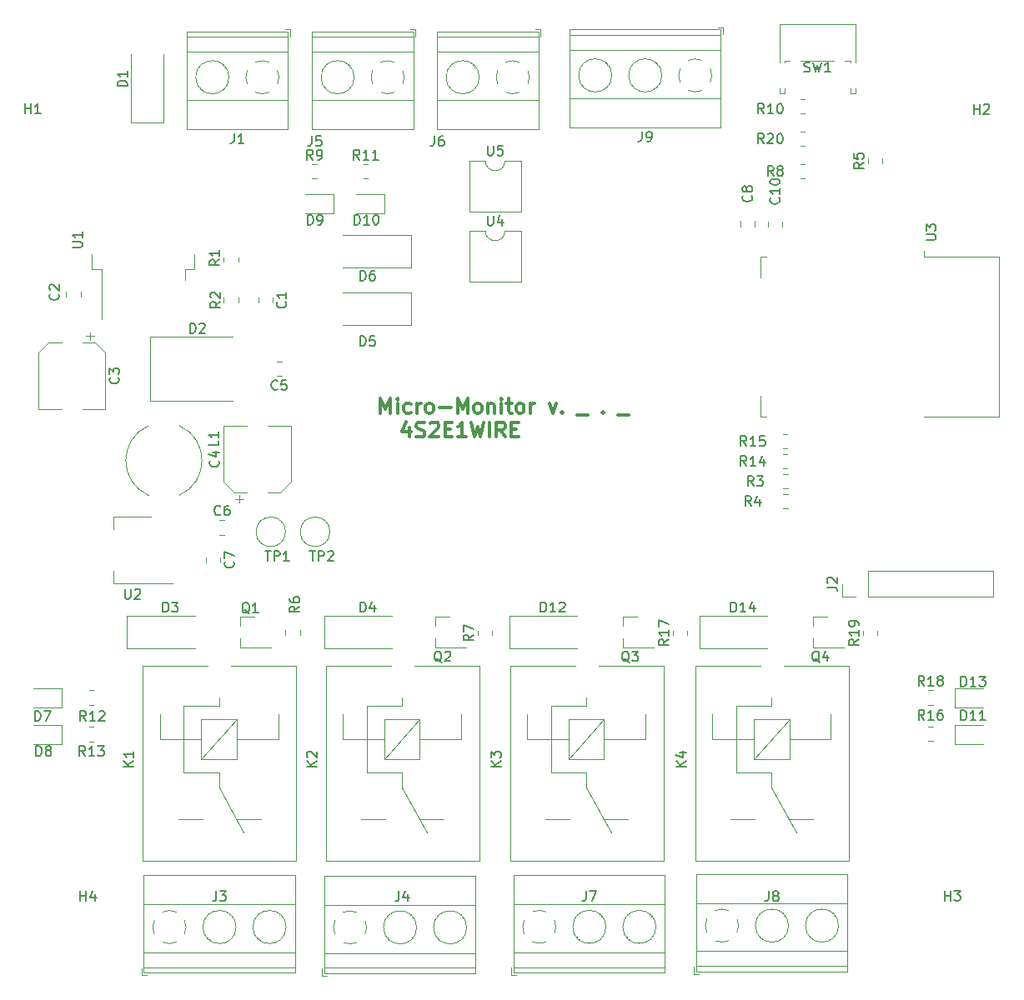
<source format=gbr>
%TF.GenerationSoftware,KiCad,Pcbnew,7.0.10*%
%TF.CreationDate,2025-03-17T10:36:42-03:00*%
%TF.ProjectId,MicroCerveceria,4d696372-6f43-4657-9276-656365726961,rev?*%
%TF.SameCoordinates,Original*%
%TF.FileFunction,Legend,Top*%
%TF.FilePolarity,Positive*%
%FSLAX46Y46*%
G04 Gerber Fmt 4.6, Leading zero omitted, Abs format (unit mm)*
G04 Created by KiCad (PCBNEW 7.0.10) date 2025-03-17 10:36:42*
%MOMM*%
%LPD*%
G01*
G04 APERTURE LIST*
%ADD10C,0.300000*%
%ADD11C,0.150000*%
%ADD12C,0.120000*%
G04 APERTURE END LIST*
D10*
X56942510Y-60885828D02*
X56942510Y-59385828D01*
X56942510Y-59385828D02*
X57442510Y-60457257D01*
X57442510Y-60457257D02*
X57942510Y-59385828D01*
X57942510Y-59385828D02*
X57942510Y-60885828D01*
X58656796Y-60885828D02*
X58656796Y-59885828D01*
X58656796Y-59385828D02*
X58585368Y-59457257D01*
X58585368Y-59457257D02*
X58656796Y-59528685D01*
X58656796Y-59528685D02*
X58728225Y-59457257D01*
X58728225Y-59457257D02*
X58656796Y-59385828D01*
X58656796Y-59385828D02*
X58656796Y-59528685D01*
X60013940Y-60814400D02*
X59871082Y-60885828D01*
X59871082Y-60885828D02*
X59585368Y-60885828D01*
X59585368Y-60885828D02*
X59442511Y-60814400D01*
X59442511Y-60814400D02*
X59371082Y-60742971D01*
X59371082Y-60742971D02*
X59299654Y-60600114D01*
X59299654Y-60600114D02*
X59299654Y-60171542D01*
X59299654Y-60171542D02*
X59371082Y-60028685D01*
X59371082Y-60028685D02*
X59442511Y-59957257D01*
X59442511Y-59957257D02*
X59585368Y-59885828D01*
X59585368Y-59885828D02*
X59871082Y-59885828D01*
X59871082Y-59885828D02*
X60013940Y-59957257D01*
X60656796Y-60885828D02*
X60656796Y-59885828D01*
X60656796Y-60171542D02*
X60728225Y-60028685D01*
X60728225Y-60028685D02*
X60799654Y-59957257D01*
X60799654Y-59957257D02*
X60942511Y-59885828D01*
X60942511Y-59885828D02*
X61085368Y-59885828D01*
X61799653Y-60885828D02*
X61656796Y-60814400D01*
X61656796Y-60814400D02*
X61585367Y-60742971D01*
X61585367Y-60742971D02*
X61513939Y-60600114D01*
X61513939Y-60600114D02*
X61513939Y-60171542D01*
X61513939Y-60171542D02*
X61585367Y-60028685D01*
X61585367Y-60028685D02*
X61656796Y-59957257D01*
X61656796Y-59957257D02*
X61799653Y-59885828D01*
X61799653Y-59885828D02*
X62013939Y-59885828D01*
X62013939Y-59885828D02*
X62156796Y-59957257D01*
X62156796Y-59957257D02*
X62228225Y-60028685D01*
X62228225Y-60028685D02*
X62299653Y-60171542D01*
X62299653Y-60171542D02*
X62299653Y-60600114D01*
X62299653Y-60600114D02*
X62228225Y-60742971D01*
X62228225Y-60742971D02*
X62156796Y-60814400D01*
X62156796Y-60814400D02*
X62013939Y-60885828D01*
X62013939Y-60885828D02*
X61799653Y-60885828D01*
X62942510Y-60314400D02*
X64085368Y-60314400D01*
X64799653Y-60885828D02*
X64799653Y-59385828D01*
X64799653Y-59385828D02*
X65299653Y-60457257D01*
X65299653Y-60457257D02*
X65799653Y-59385828D01*
X65799653Y-59385828D02*
X65799653Y-60885828D01*
X66728225Y-60885828D02*
X66585368Y-60814400D01*
X66585368Y-60814400D02*
X66513939Y-60742971D01*
X66513939Y-60742971D02*
X66442511Y-60600114D01*
X66442511Y-60600114D02*
X66442511Y-60171542D01*
X66442511Y-60171542D02*
X66513939Y-60028685D01*
X66513939Y-60028685D02*
X66585368Y-59957257D01*
X66585368Y-59957257D02*
X66728225Y-59885828D01*
X66728225Y-59885828D02*
X66942511Y-59885828D01*
X66942511Y-59885828D02*
X67085368Y-59957257D01*
X67085368Y-59957257D02*
X67156797Y-60028685D01*
X67156797Y-60028685D02*
X67228225Y-60171542D01*
X67228225Y-60171542D02*
X67228225Y-60600114D01*
X67228225Y-60600114D02*
X67156797Y-60742971D01*
X67156797Y-60742971D02*
X67085368Y-60814400D01*
X67085368Y-60814400D02*
X66942511Y-60885828D01*
X66942511Y-60885828D02*
X66728225Y-60885828D01*
X67871082Y-59885828D02*
X67871082Y-60885828D01*
X67871082Y-60028685D02*
X67942511Y-59957257D01*
X67942511Y-59957257D02*
X68085368Y-59885828D01*
X68085368Y-59885828D02*
X68299654Y-59885828D01*
X68299654Y-59885828D02*
X68442511Y-59957257D01*
X68442511Y-59957257D02*
X68513940Y-60100114D01*
X68513940Y-60100114D02*
X68513940Y-60885828D01*
X69228225Y-60885828D02*
X69228225Y-59885828D01*
X69228225Y-59385828D02*
X69156797Y-59457257D01*
X69156797Y-59457257D02*
X69228225Y-59528685D01*
X69228225Y-59528685D02*
X69299654Y-59457257D01*
X69299654Y-59457257D02*
X69228225Y-59385828D01*
X69228225Y-59385828D02*
X69228225Y-59528685D01*
X69728226Y-59885828D02*
X70299654Y-59885828D01*
X69942511Y-59385828D02*
X69942511Y-60671542D01*
X69942511Y-60671542D02*
X70013940Y-60814400D01*
X70013940Y-60814400D02*
X70156797Y-60885828D01*
X70156797Y-60885828D02*
X70299654Y-60885828D01*
X71013940Y-60885828D02*
X70871083Y-60814400D01*
X70871083Y-60814400D02*
X70799654Y-60742971D01*
X70799654Y-60742971D02*
X70728226Y-60600114D01*
X70728226Y-60600114D02*
X70728226Y-60171542D01*
X70728226Y-60171542D02*
X70799654Y-60028685D01*
X70799654Y-60028685D02*
X70871083Y-59957257D01*
X70871083Y-59957257D02*
X71013940Y-59885828D01*
X71013940Y-59885828D02*
X71228226Y-59885828D01*
X71228226Y-59885828D02*
X71371083Y-59957257D01*
X71371083Y-59957257D02*
X71442512Y-60028685D01*
X71442512Y-60028685D02*
X71513940Y-60171542D01*
X71513940Y-60171542D02*
X71513940Y-60600114D01*
X71513940Y-60600114D02*
X71442512Y-60742971D01*
X71442512Y-60742971D02*
X71371083Y-60814400D01*
X71371083Y-60814400D02*
X71228226Y-60885828D01*
X71228226Y-60885828D02*
X71013940Y-60885828D01*
X72156797Y-60885828D02*
X72156797Y-59885828D01*
X72156797Y-60171542D02*
X72228226Y-60028685D01*
X72228226Y-60028685D02*
X72299655Y-59957257D01*
X72299655Y-59957257D02*
X72442512Y-59885828D01*
X72442512Y-59885828D02*
X72585369Y-59885828D01*
X74085368Y-59885828D02*
X74442511Y-60885828D01*
X74442511Y-60885828D02*
X74799654Y-59885828D01*
X75371082Y-60742971D02*
X75442511Y-60814400D01*
X75442511Y-60814400D02*
X75371082Y-60885828D01*
X75371082Y-60885828D02*
X75299654Y-60814400D01*
X75299654Y-60814400D02*
X75371082Y-60742971D01*
X75371082Y-60742971D02*
X75371082Y-60885828D01*
X76871083Y-61028685D02*
X78013940Y-61028685D01*
X79513939Y-60742971D02*
X79585368Y-60814400D01*
X79585368Y-60814400D02*
X79513939Y-60885828D01*
X79513939Y-60885828D02*
X79442511Y-60814400D01*
X79442511Y-60814400D02*
X79513939Y-60742971D01*
X79513939Y-60742971D02*
X79513939Y-60885828D01*
X81013940Y-61028685D02*
X82156797Y-61028685D01*
X59871082Y-62300828D02*
X59871082Y-63300828D01*
X59513939Y-61729400D02*
X59156796Y-62800828D01*
X59156796Y-62800828D02*
X60085367Y-62800828D01*
X60585367Y-63229400D02*
X60799653Y-63300828D01*
X60799653Y-63300828D02*
X61156795Y-63300828D01*
X61156795Y-63300828D02*
X61299653Y-63229400D01*
X61299653Y-63229400D02*
X61371081Y-63157971D01*
X61371081Y-63157971D02*
X61442510Y-63015114D01*
X61442510Y-63015114D02*
X61442510Y-62872257D01*
X61442510Y-62872257D02*
X61371081Y-62729400D01*
X61371081Y-62729400D02*
X61299653Y-62657971D01*
X61299653Y-62657971D02*
X61156795Y-62586542D01*
X61156795Y-62586542D02*
X60871081Y-62515114D01*
X60871081Y-62515114D02*
X60728224Y-62443685D01*
X60728224Y-62443685D02*
X60656795Y-62372257D01*
X60656795Y-62372257D02*
X60585367Y-62229400D01*
X60585367Y-62229400D02*
X60585367Y-62086542D01*
X60585367Y-62086542D02*
X60656795Y-61943685D01*
X60656795Y-61943685D02*
X60728224Y-61872257D01*
X60728224Y-61872257D02*
X60871081Y-61800828D01*
X60871081Y-61800828D02*
X61228224Y-61800828D01*
X61228224Y-61800828D02*
X61442510Y-61872257D01*
X62013938Y-61943685D02*
X62085366Y-61872257D01*
X62085366Y-61872257D02*
X62228224Y-61800828D01*
X62228224Y-61800828D02*
X62585366Y-61800828D01*
X62585366Y-61800828D02*
X62728224Y-61872257D01*
X62728224Y-61872257D02*
X62799652Y-61943685D01*
X62799652Y-61943685D02*
X62871081Y-62086542D01*
X62871081Y-62086542D02*
X62871081Y-62229400D01*
X62871081Y-62229400D02*
X62799652Y-62443685D01*
X62799652Y-62443685D02*
X61942509Y-63300828D01*
X61942509Y-63300828D02*
X62871081Y-63300828D01*
X63513937Y-62515114D02*
X64013937Y-62515114D01*
X64228223Y-63300828D02*
X63513937Y-63300828D01*
X63513937Y-63300828D02*
X63513937Y-61800828D01*
X63513937Y-61800828D02*
X64228223Y-61800828D01*
X65656795Y-63300828D02*
X64799652Y-63300828D01*
X65228223Y-63300828D02*
X65228223Y-61800828D01*
X65228223Y-61800828D02*
X65085366Y-62015114D01*
X65085366Y-62015114D02*
X64942509Y-62157971D01*
X64942509Y-62157971D02*
X64799652Y-62229400D01*
X66156794Y-61800828D02*
X66513937Y-63300828D01*
X66513937Y-63300828D02*
X66799651Y-62229400D01*
X66799651Y-62229400D02*
X67085366Y-63300828D01*
X67085366Y-63300828D02*
X67442509Y-61800828D01*
X68013937Y-63300828D02*
X68013937Y-61800828D01*
X69585366Y-63300828D02*
X69085366Y-62586542D01*
X68728223Y-63300828D02*
X68728223Y-61800828D01*
X68728223Y-61800828D02*
X69299652Y-61800828D01*
X69299652Y-61800828D02*
X69442509Y-61872257D01*
X69442509Y-61872257D02*
X69513938Y-61943685D01*
X69513938Y-61943685D02*
X69585366Y-62086542D01*
X69585366Y-62086542D02*
X69585366Y-62300828D01*
X69585366Y-62300828D02*
X69513938Y-62443685D01*
X69513938Y-62443685D02*
X69442509Y-62515114D01*
X69442509Y-62515114D02*
X69299652Y-62586542D01*
X69299652Y-62586542D02*
X68728223Y-62586542D01*
X70228223Y-62515114D02*
X70728223Y-62515114D01*
X70942509Y-63300828D02*
X70228223Y-63300828D01*
X70228223Y-63300828D02*
X70228223Y-61800828D01*
X70228223Y-61800828D02*
X70942509Y-61800828D01*
D11*
X73207714Y-81079819D02*
X73207714Y-80079819D01*
X73207714Y-80079819D02*
X73445809Y-80079819D01*
X73445809Y-80079819D02*
X73588666Y-80127438D01*
X73588666Y-80127438D02*
X73683904Y-80222676D01*
X73683904Y-80222676D02*
X73731523Y-80317914D01*
X73731523Y-80317914D02*
X73779142Y-80508390D01*
X73779142Y-80508390D02*
X73779142Y-80651247D01*
X73779142Y-80651247D02*
X73731523Y-80841723D01*
X73731523Y-80841723D02*
X73683904Y-80936961D01*
X73683904Y-80936961D02*
X73588666Y-81032200D01*
X73588666Y-81032200D02*
X73445809Y-81079819D01*
X73445809Y-81079819D02*
X73207714Y-81079819D01*
X74731523Y-81079819D02*
X74160095Y-81079819D01*
X74445809Y-81079819D02*
X74445809Y-80079819D01*
X74445809Y-80079819D02*
X74350571Y-80222676D01*
X74350571Y-80222676D02*
X74255333Y-80317914D01*
X74255333Y-80317914D02*
X74160095Y-80365533D01*
X75112476Y-80175057D02*
X75160095Y-80127438D01*
X75160095Y-80127438D02*
X75255333Y-80079819D01*
X75255333Y-80079819D02*
X75493428Y-80079819D01*
X75493428Y-80079819D02*
X75588666Y-80127438D01*
X75588666Y-80127438D02*
X75636285Y-80175057D01*
X75636285Y-80175057D02*
X75683904Y-80270295D01*
X75683904Y-80270295D02*
X75683904Y-80365533D01*
X75683904Y-80365533D02*
X75636285Y-80508390D01*
X75636285Y-80508390D02*
X75064857Y-81079819D01*
X75064857Y-81079819D02*
X75683904Y-81079819D01*
X87954819Y-96788094D02*
X86954819Y-96788094D01*
X87954819Y-96216666D02*
X87383390Y-96645237D01*
X86954819Y-96216666D02*
X87526247Y-96788094D01*
X87288152Y-95359523D02*
X87954819Y-95359523D01*
X86907200Y-95597618D02*
X87621485Y-95835713D01*
X87621485Y-95835713D02*
X87621485Y-95216666D01*
X101528761Y-86175057D02*
X101433523Y-86127438D01*
X101433523Y-86127438D02*
X101338285Y-86032200D01*
X101338285Y-86032200D02*
X101195428Y-85889342D01*
X101195428Y-85889342D02*
X101100190Y-85841723D01*
X101100190Y-85841723D02*
X101004952Y-85841723D01*
X101052571Y-86079819D02*
X100957333Y-86032200D01*
X100957333Y-86032200D02*
X100862095Y-85936961D01*
X100862095Y-85936961D02*
X100814476Y-85746485D01*
X100814476Y-85746485D02*
X100814476Y-85413152D01*
X100814476Y-85413152D02*
X100862095Y-85222676D01*
X100862095Y-85222676D02*
X100957333Y-85127438D01*
X100957333Y-85127438D02*
X101052571Y-85079819D01*
X101052571Y-85079819D02*
X101243047Y-85079819D01*
X101243047Y-85079819D02*
X101338285Y-85127438D01*
X101338285Y-85127438D02*
X101433523Y-85222676D01*
X101433523Y-85222676D02*
X101481142Y-85413152D01*
X101481142Y-85413152D02*
X101481142Y-85746485D01*
X101481142Y-85746485D02*
X101433523Y-85936961D01*
X101433523Y-85936961D02*
X101338285Y-86032200D01*
X101338285Y-86032200D02*
X101243047Y-86079819D01*
X101243047Y-86079819D02*
X101052571Y-86079819D01*
X102338285Y-85413152D02*
X102338285Y-86079819D01*
X102100190Y-85032200D02*
X101862095Y-85746485D01*
X101862095Y-85746485D02*
X102481142Y-85746485D01*
X96861333Y-36776819D02*
X96528000Y-36300628D01*
X96289905Y-36776819D02*
X96289905Y-35776819D01*
X96289905Y-35776819D02*
X96670857Y-35776819D01*
X96670857Y-35776819D02*
X96766095Y-35824438D01*
X96766095Y-35824438D02*
X96813714Y-35872057D01*
X96813714Y-35872057D02*
X96861333Y-35967295D01*
X96861333Y-35967295D02*
X96861333Y-36110152D01*
X96861333Y-36110152D02*
X96813714Y-36205390D01*
X96813714Y-36205390D02*
X96766095Y-36253009D01*
X96766095Y-36253009D02*
X96670857Y-36300628D01*
X96670857Y-36300628D02*
X96289905Y-36300628D01*
X97432762Y-36205390D02*
X97337524Y-36157771D01*
X97337524Y-36157771D02*
X97289905Y-36110152D01*
X97289905Y-36110152D02*
X97242286Y-36014914D01*
X97242286Y-36014914D02*
X97242286Y-35967295D01*
X97242286Y-35967295D02*
X97289905Y-35872057D01*
X97289905Y-35872057D02*
X97337524Y-35824438D01*
X97337524Y-35824438D02*
X97432762Y-35776819D01*
X97432762Y-35776819D02*
X97623238Y-35776819D01*
X97623238Y-35776819D02*
X97718476Y-35824438D01*
X97718476Y-35824438D02*
X97766095Y-35872057D01*
X97766095Y-35872057D02*
X97813714Y-35967295D01*
X97813714Y-35967295D02*
X97813714Y-36014914D01*
X97813714Y-36014914D02*
X97766095Y-36110152D01*
X97766095Y-36110152D02*
X97718476Y-36157771D01*
X97718476Y-36157771D02*
X97623238Y-36205390D01*
X97623238Y-36205390D02*
X97432762Y-36205390D01*
X97432762Y-36205390D02*
X97337524Y-36253009D01*
X97337524Y-36253009D02*
X97289905Y-36300628D01*
X97289905Y-36300628D02*
X97242286Y-36395866D01*
X97242286Y-36395866D02*
X97242286Y-36586342D01*
X97242286Y-36586342D02*
X97289905Y-36681580D01*
X97289905Y-36681580D02*
X97337524Y-36729200D01*
X97337524Y-36729200D02*
X97432762Y-36776819D01*
X97432762Y-36776819D02*
X97623238Y-36776819D01*
X97623238Y-36776819D02*
X97718476Y-36729200D01*
X97718476Y-36729200D02*
X97766095Y-36681580D01*
X97766095Y-36681580D02*
X97813714Y-36586342D01*
X97813714Y-36586342D02*
X97813714Y-36395866D01*
X97813714Y-36395866D02*
X97766095Y-36300628D01*
X97766095Y-36300628D02*
X97718476Y-36253009D01*
X97718476Y-36253009D02*
X97623238Y-36205390D01*
X47293580Y-49554666D02*
X47341200Y-49602285D01*
X47341200Y-49602285D02*
X47388819Y-49745142D01*
X47388819Y-49745142D02*
X47388819Y-49840380D01*
X47388819Y-49840380D02*
X47341200Y-49983237D01*
X47341200Y-49983237D02*
X47245961Y-50078475D01*
X47245961Y-50078475D02*
X47150723Y-50126094D01*
X47150723Y-50126094D02*
X46960247Y-50173713D01*
X46960247Y-50173713D02*
X46817390Y-50173713D01*
X46817390Y-50173713D02*
X46626914Y-50126094D01*
X46626914Y-50126094D02*
X46531676Y-50078475D01*
X46531676Y-50078475D02*
X46436438Y-49983237D01*
X46436438Y-49983237D02*
X46388819Y-49840380D01*
X46388819Y-49840380D02*
X46388819Y-49745142D01*
X46388819Y-49745142D02*
X46436438Y-49602285D01*
X46436438Y-49602285D02*
X46484057Y-49554666D01*
X47388819Y-48602285D02*
X47388819Y-49173713D01*
X47388819Y-48887999D02*
X46388819Y-48887999D01*
X46388819Y-48887999D02*
X46531676Y-48983237D01*
X46531676Y-48983237D02*
X46626914Y-49078475D01*
X46626914Y-49078475D02*
X46674533Y-49173713D01*
X26957142Y-95704819D02*
X26623809Y-95228628D01*
X26385714Y-95704819D02*
X26385714Y-94704819D01*
X26385714Y-94704819D02*
X26766666Y-94704819D01*
X26766666Y-94704819D02*
X26861904Y-94752438D01*
X26861904Y-94752438D02*
X26909523Y-94800057D01*
X26909523Y-94800057D02*
X26957142Y-94895295D01*
X26957142Y-94895295D02*
X26957142Y-95038152D01*
X26957142Y-95038152D02*
X26909523Y-95133390D01*
X26909523Y-95133390D02*
X26861904Y-95181009D01*
X26861904Y-95181009D02*
X26766666Y-95228628D01*
X26766666Y-95228628D02*
X26385714Y-95228628D01*
X27909523Y-95704819D02*
X27338095Y-95704819D01*
X27623809Y-95704819D02*
X27623809Y-94704819D01*
X27623809Y-94704819D02*
X27528571Y-94847676D01*
X27528571Y-94847676D02*
X27433333Y-94942914D01*
X27433333Y-94942914D02*
X27338095Y-94990533D01*
X28242857Y-94704819D02*
X28861904Y-94704819D01*
X28861904Y-94704819D02*
X28528571Y-95085771D01*
X28528571Y-95085771D02*
X28671428Y-95085771D01*
X28671428Y-95085771D02*
X28766666Y-95133390D01*
X28766666Y-95133390D02*
X28814285Y-95181009D01*
X28814285Y-95181009D02*
X28861904Y-95276247D01*
X28861904Y-95276247D02*
X28861904Y-95514342D01*
X28861904Y-95514342D02*
X28814285Y-95609580D01*
X28814285Y-95609580D02*
X28766666Y-95657200D01*
X28766666Y-95657200D02*
X28671428Y-95704819D01*
X28671428Y-95704819D02*
X28385714Y-95704819D01*
X28385714Y-95704819D02*
X28290476Y-95657200D01*
X28290476Y-95657200D02*
X28242857Y-95609580D01*
X41993580Y-75954666D02*
X42041200Y-76002285D01*
X42041200Y-76002285D02*
X42088819Y-76145142D01*
X42088819Y-76145142D02*
X42088819Y-76240380D01*
X42088819Y-76240380D02*
X42041200Y-76383237D01*
X42041200Y-76383237D02*
X41945961Y-76478475D01*
X41945961Y-76478475D02*
X41850723Y-76526094D01*
X41850723Y-76526094D02*
X41660247Y-76573713D01*
X41660247Y-76573713D02*
X41517390Y-76573713D01*
X41517390Y-76573713D02*
X41326914Y-76526094D01*
X41326914Y-76526094D02*
X41231676Y-76478475D01*
X41231676Y-76478475D02*
X41136438Y-76383237D01*
X41136438Y-76383237D02*
X41088819Y-76240380D01*
X41088819Y-76240380D02*
X41088819Y-76145142D01*
X41088819Y-76145142D02*
X41136438Y-76002285D01*
X41136438Y-76002285D02*
X41184057Y-75954666D01*
X41088819Y-75621332D02*
X41088819Y-74954666D01*
X41088819Y-74954666D02*
X42088819Y-75383237D01*
X94099142Y-64208819D02*
X93765809Y-63732628D01*
X93527714Y-64208819D02*
X93527714Y-63208819D01*
X93527714Y-63208819D02*
X93908666Y-63208819D01*
X93908666Y-63208819D02*
X94003904Y-63256438D01*
X94003904Y-63256438D02*
X94051523Y-63304057D01*
X94051523Y-63304057D02*
X94099142Y-63399295D01*
X94099142Y-63399295D02*
X94099142Y-63542152D01*
X94099142Y-63542152D02*
X94051523Y-63637390D01*
X94051523Y-63637390D02*
X94003904Y-63685009D01*
X94003904Y-63685009D02*
X93908666Y-63732628D01*
X93908666Y-63732628D02*
X93527714Y-63732628D01*
X95051523Y-64208819D02*
X94480095Y-64208819D01*
X94765809Y-64208819D02*
X94765809Y-63208819D01*
X94765809Y-63208819D02*
X94670571Y-63351676D01*
X94670571Y-63351676D02*
X94575333Y-63446914D01*
X94575333Y-63446914D02*
X94480095Y-63494533D01*
X95956285Y-63208819D02*
X95480095Y-63208819D01*
X95480095Y-63208819D02*
X95432476Y-63685009D01*
X95432476Y-63685009D02*
X95480095Y-63637390D01*
X95480095Y-63637390D02*
X95575333Y-63589771D01*
X95575333Y-63589771D02*
X95813428Y-63589771D01*
X95813428Y-63589771D02*
X95908666Y-63637390D01*
X95908666Y-63637390D02*
X95956285Y-63685009D01*
X95956285Y-63685009D02*
X96003904Y-63780247D01*
X96003904Y-63780247D02*
X96003904Y-64018342D01*
X96003904Y-64018342D02*
X95956285Y-64113580D01*
X95956285Y-64113580D02*
X95908666Y-64161200D01*
X95908666Y-64161200D02*
X95813428Y-64208819D01*
X95813428Y-64208819D02*
X95575333Y-64208819D01*
X95575333Y-64208819D02*
X95480095Y-64161200D01*
X95480095Y-64161200D02*
X95432476Y-64113580D01*
X94575333Y-70304819D02*
X94242000Y-69828628D01*
X94003905Y-70304819D02*
X94003905Y-69304819D01*
X94003905Y-69304819D02*
X94384857Y-69304819D01*
X94384857Y-69304819D02*
X94480095Y-69352438D01*
X94480095Y-69352438D02*
X94527714Y-69400057D01*
X94527714Y-69400057D02*
X94575333Y-69495295D01*
X94575333Y-69495295D02*
X94575333Y-69638152D01*
X94575333Y-69638152D02*
X94527714Y-69733390D01*
X94527714Y-69733390D02*
X94480095Y-69781009D01*
X94480095Y-69781009D02*
X94384857Y-69828628D01*
X94384857Y-69828628D02*
X94003905Y-69828628D01*
X95432476Y-69638152D02*
X95432476Y-70304819D01*
X95194381Y-69257200D02*
X94956286Y-69971485D01*
X94956286Y-69971485D02*
X95575333Y-69971485D01*
X112149142Y-88584819D02*
X111815809Y-88108628D01*
X111577714Y-88584819D02*
X111577714Y-87584819D01*
X111577714Y-87584819D02*
X111958666Y-87584819D01*
X111958666Y-87584819D02*
X112053904Y-87632438D01*
X112053904Y-87632438D02*
X112101523Y-87680057D01*
X112101523Y-87680057D02*
X112149142Y-87775295D01*
X112149142Y-87775295D02*
X112149142Y-87918152D01*
X112149142Y-87918152D02*
X112101523Y-88013390D01*
X112101523Y-88013390D02*
X112053904Y-88061009D01*
X112053904Y-88061009D02*
X111958666Y-88108628D01*
X111958666Y-88108628D02*
X111577714Y-88108628D01*
X113101523Y-88584819D02*
X112530095Y-88584819D01*
X112815809Y-88584819D02*
X112815809Y-87584819D01*
X112815809Y-87584819D02*
X112720571Y-87727676D01*
X112720571Y-87727676D02*
X112625333Y-87822914D01*
X112625333Y-87822914D02*
X112530095Y-87870533D01*
X113672952Y-88013390D02*
X113577714Y-87965771D01*
X113577714Y-87965771D02*
X113530095Y-87918152D01*
X113530095Y-87918152D02*
X113482476Y-87822914D01*
X113482476Y-87822914D02*
X113482476Y-87775295D01*
X113482476Y-87775295D02*
X113530095Y-87680057D01*
X113530095Y-87680057D02*
X113577714Y-87632438D01*
X113577714Y-87632438D02*
X113672952Y-87584819D01*
X113672952Y-87584819D02*
X113863428Y-87584819D01*
X113863428Y-87584819D02*
X113958666Y-87632438D01*
X113958666Y-87632438D02*
X114006285Y-87680057D01*
X114006285Y-87680057D02*
X114053904Y-87775295D01*
X114053904Y-87775295D02*
X114053904Y-87822914D01*
X114053904Y-87822914D02*
X114006285Y-87918152D01*
X114006285Y-87918152D02*
X113958666Y-87965771D01*
X113958666Y-87965771D02*
X113863428Y-88013390D01*
X113863428Y-88013390D02*
X113672952Y-88013390D01*
X113672952Y-88013390D02*
X113577714Y-88061009D01*
X113577714Y-88061009D02*
X113530095Y-88108628D01*
X113530095Y-88108628D02*
X113482476Y-88203866D01*
X113482476Y-88203866D02*
X113482476Y-88394342D01*
X113482476Y-88394342D02*
X113530095Y-88489580D01*
X113530095Y-88489580D02*
X113577714Y-88537200D01*
X113577714Y-88537200D02*
X113672952Y-88584819D01*
X113672952Y-88584819D02*
X113863428Y-88584819D01*
X113863428Y-88584819D02*
X113958666Y-88537200D01*
X113958666Y-88537200D02*
X114006285Y-88489580D01*
X114006285Y-88489580D02*
X114053904Y-88394342D01*
X114053904Y-88394342D02*
X114053904Y-88203866D01*
X114053904Y-88203866D02*
X114006285Y-88108628D01*
X114006285Y-88108628D02*
X113958666Y-88061009D01*
X113958666Y-88061009D02*
X113863428Y-88013390D01*
X50445819Y-96788094D02*
X49445819Y-96788094D01*
X50445819Y-96216666D02*
X49874390Y-96645237D01*
X49445819Y-96216666D02*
X50017247Y-96788094D01*
X49541057Y-95835713D02*
X49493438Y-95788094D01*
X49493438Y-95788094D02*
X49445819Y-95692856D01*
X49445819Y-95692856D02*
X49445819Y-95454761D01*
X49445819Y-95454761D02*
X49493438Y-95359523D01*
X49493438Y-95359523D02*
X49541057Y-95311904D01*
X49541057Y-95311904D02*
X49636295Y-95264285D01*
X49636295Y-95264285D02*
X49731533Y-95264285D01*
X49731533Y-95264285D02*
X49874390Y-95311904D01*
X49874390Y-95311904D02*
X50445819Y-95883332D01*
X50445819Y-95883332D02*
X50445819Y-95264285D01*
X24213580Y-48754666D02*
X24261200Y-48802285D01*
X24261200Y-48802285D02*
X24308819Y-48945142D01*
X24308819Y-48945142D02*
X24308819Y-49040380D01*
X24308819Y-49040380D02*
X24261200Y-49183237D01*
X24261200Y-49183237D02*
X24165961Y-49278475D01*
X24165961Y-49278475D02*
X24070723Y-49326094D01*
X24070723Y-49326094D02*
X23880247Y-49373713D01*
X23880247Y-49373713D02*
X23737390Y-49373713D01*
X23737390Y-49373713D02*
X23546914Y-49326094D01*
X23546914Y-49326094D02*
X23451676Y-49278475D01*
X23451676Y-49278475D02*
X23356438Y-49183237D01*
X23356438Y-49183237D02*
X23308819Y-49040380D01*
X23308819Y-49040380D02*
X23308819Y-48945142D01*
X23308819Y-48945142D02*
X23356438Y-48802285D01*
X23356438Y-48802285D02*
X23404057Y-48754666D01*
X23404057Y-48373713D02*
X23356438Y-48326094D01*
X23356438Y-48326094D02*
X23308819Y-48230856D01*
X23308819Y-48230856D02*
X23308819Y-47992761D01*
X23308819Y-47992761D02*
X23356438Y-47897523D01*
X23356438Y-47897523D02*
X23404057Y-47849904D01*
X23404057Y-47849904D02*
X23499295Y-47802285D01*
X23499295Y-47802285D02*
X23594533Y-47802285D01*
X23594533Y-47802285D02*
X23737390Y-47849904D01*
X23737390Y-47849904D02*
X24308819Y-48421332D01*
X24308819Y-48421332D02*
X24308819Y-47802285D01*
X31854819Y-96788094D02*
X30854819Y-96788094D01*
X31854819Y-96216666D02*
X31283390Y-96645237D01*
X30854819Y-96216666D02*
X31426247Y-96788094D01*
X31854819Y-95264285D02*
X31854819Y-95835713D01*
X31854819Y-95549999D02*
X30854819Y-95549999D01*
X30854819Y-95549999D02*
X30997676Y-95645237D01*
X30997676Y-95645237D02*
X31092914Y-95740475D01*
X31092914Y-95740475D02*
X31140533Y-95835713D01*
X37615905Y-52742819D02*
X37615905Y-51742819D01*
X37615905Y-51742819D02*
X37854000Y-51742819D01*
X37854000Y-51742819D02*
X37996857Y-51790438D01*
X37996857Y-51790438D02*
X38092095Y-51885676D01*
X38092095Y-51885676D02*
X38139714Y-51980914D01*
X38139714Y-51980914D02*
X38187333Y-52171390D01*
X38187333Y-52171390D02*
X38187333Y-52314247D01*
X38187333Y-52314247D02*
X38139714Y-52504723D01*
X38139714Y-52504723D02*
X38092095Y-52599961D01*
X38092095Y-52599961D02*
X37996857Y-52695200D01*
X37996857Y-52695200D02*
X37854000Y-52742819D01*
X37854000Y-52742819D02*
X37615905Y-52742819D01*
X38568286Y-51838057D02*
X38615905Y-51790438D01*
X38615905Y-51790438D02*
X38711143Y-51742819D01*
X38711143Y-51742819D02*
X38949238Y-51742819D01*
X38949238Y-51742819D02*
X39044476Y-51790438D01*
X39044476Y-51790438D02*
X39092095Y-51838057D01*
X39092095Y-51838057D02*
X39139714Y-51933295D01*
X39139714Y-51933295D02*
X39139714Y-52028533D01*
X39139714Y-52028533D02*
X39092095Y-52171390D01*
X39092095Y-52171390D02*
X38520667Y-52742819D01*
X38520667Y-52742819D02*
X39139714Y-52742819D01*
X105992819Y-35421166D02*
X105516628Y-35754499D01*
X105992819Y-35992594D02*
X104992819Y-35992594D01*
X104992819Y-35992594D02*
X104992819Y-35611642D01*
X104992819Y-35611642D02*
X105040438Y-35516404D01*
X105040438Y-35516404D02*
X105088057Y-35468785D01*
X105088057Y-35468785D02*
X105183295Y-35421166D01*
X105183295Y-35421166D02*
X105326152Y-35421166D01*
X105326152Y-35421166D02*
X105421390Y-35468785D01*
X105421390Y-35468785D02*
X105469009Y-35516404D01*
X105469009Y-35516404D02*
X105516628Y-35611642D01*
X105516628Y-35611642D02*
X105516628Y-35992594D01*
X104992819Y-34516404D02*
X104992819Y-34992594D01*
X104992819Y-34992594D02*
X105469009Y-35040213D01*
X105469009Y-35040213D02*
X105421390Y-34992594D01*
X105421390Y-34992594D02*
X105373771Y-34897356D01*
X105373771Y-34897356D02*
X105373771Y-34659261D01*
X105373771Y-34659261D02*
X105421390Y-34564023D01*
X105421390Y-34564023D02*
X105469009Y-34516404D01*
X105469009Y-34516404D02*
X105564247Y-34468785D01*
X105564247Y-34468785D02*
X105802342Y-34468785D01*
X105802342Y-34468785D02*
X105897580Y-34516404D01*
X105897580Y-34516404D02*
X105945200Y-34564023D01*
X105945200Y-34564023D02*
X105992819Y-34659261D01*
X105992819Y-34659261D02*
X105992819Y-34897356D01*
X105992819Y-34897356D02*
X105945200Y-34992594D01*
X105945200Y-34992594D02*
X105897580Y-35040213D01*
X48712819Y-80516666D02*
X48236628Y-80849999D01*
X48712819Y-81088094D02*
X47712819Y-81088094D01*
X47712819Y-81088094D02*
X47712819Y-80707142D01*
X47712819Y-80707142D02*
X47760438Y-80611904D01*
X47760438Y-80611904D02*
X47808057Y-80564285D01*
X47808057Y-80564285D02*
X47903295Y-80516666D01*
X47903295Y-80516666D02*
X48046152Y-80516666D01*
X48046152Y-80516666D02*
X48141390Y-80564285D01*
X48141390Y-80564285D02*
X48189009Y-80611904D01*
X48189009Y-80611904D02*
X48236628Y-80707142D01*
X48236628Y-80707142D02*
X48236628Y-81088094D01*
X47712819Y-79659523D02*
X47712819Y-79849999D01*
X47712819Y-79849999D02*
X47760438Y-79945237D01*
X47760438Y-79945237D02*
X47808057Y-79992856D01*
X47808057Y-79992856D02*
X47950914Y-80088094D01*
X47950914Y-80088094D02*
X48141390Y-80135713D01*
X48141390Y-80135713D02*
X48522342Y-80135713D01*
X48522342Y-80135713D02*
X48617580Y-80088094D01*
X48617580Y-80088094D02*
X48665200Y-80040475D01*
X48665200Y-80040475D02*
X48712819Y-79945237D01*
X48712819Y-79945237D02*
X48712819Y-79754761D01*
X48712819Y-79754761D02*
X48665200Y-79659523D01*
X48665200Y-79659523D02*
X48617580Y-79611904D01*
X48617580Y-79611904D02*
X48522342Y-79564285D01*
X48522342Y-79564285D02*
X48284247Y-79564285D01*
X48284247Y-79564285D02*
X48189009Y-79611904D01*
X48189009Y-79611904D02*
X48141390Y-79659523D01*
X48141390Y-79659523D02*
X48093771Y-79754761D01*
X48093771Y-79754761D02*
X48093771Y-79945237D01*
X48093771Y-79945237D02*
X48141390Y-80040475D01*
X48141390Y-80040475D02*
X48189009Y-80088094D01*
X48189009Y-80088094D02*
X48284247Y-80135713D01*
X69154819Y-96788094D02*
X68154819Y-96788094D01*
X69154819Y-96216666D02*
X68583390Y-96645237D01*
X68154819Y-96216666D02*
X68726247Y-96788094D01*
X68154819Y-95883332D02*
X68154819Y-95264285D01*
X68154819Y-95264285D02*
X68535771Y-95597618D01*
X68535771Y-95597618D02*
X68535771Y-95454761D01*
X68535771Y-95454761D02*
X68583390Y-95359523D01*
X68583390Y-95359523D02*
X68631009Y-95311904D01*
X68631009Y-95311904D02*
X68726247Y-95264285D01*
X68726247Y-95264285D02*
X68964342Y-95264285D01*
X68964342Y-95264285D02*
X69059580Y-95311904D01*
X69059580Y-95311904D02*
X69107200Y-95359523D01*
X69107200Y-95359523D02*
X69154819Y-95454761D01*
X69154819Y-95454761D02*
X69154819Y-95740475D01*
X69154819Y-95740475D02*
X69107200Y-95835713D01*
X69107200Y-95835713D02*
X69059580Y-95883332D01*
X63150761Y-86175057D02*
X63055523Y-86127438D01*
X63055523Y-86127438D02*
X62960285Y-86032200D01*
X62960285Y-86032200D02*
X62817428Y-85889342D01*
X62817428Y-85889342D02*
X62722190Y-85841723D01*
X62722190Y-85841723D02*
X62626952Y-85841723D01*
X62674571Y-86079819D02*
X62579333Y-86032200D01*
X62579333Y-86032200D02*
X62484095Y-85936961D01*
X62484095Y-85936961D02*
X62436476Y-85746485D01*
X62436476Y-85746485D02*
X62436476Y-85413152D01*
X62436476Y-85413152D02*
X62484095Y-85222676D01*
X62484095Y-85222676D02*
X62579333Y-85127438D01*
X62579333Y-85127438D02*
X62674571Y-85079819D01*
X62674571Y-85079819D02*
X62865047Y-85079819D01*
X62865047Y-85079819D02*
X62960285Y-85127438D01*
X62960285Y-85127438D02*
X63055523Y-85222676D01*
X63055523Y-85222676D02*
X63103142Y-85413152D01*
X63103142Y-85413152D02*
X63103142Y-85746485D01*
X63103142Y-85746485D02*
X63055523Y-85936961D01*
X63055523Y-85936961D02*
X62960285Y-86032200D01*
X62960285Y-86032200D02*
X62865047Y-86079819D01*
X62865047Y-86079819D02*
X62674571Y-86079819D01*
X63484095Y-85175057D02*
X63531714Y-85127438D01*
X63531714Y-85127438D02*
X63626952Y-85079819D01*
X63626952Y-85079819D02*
X63865047Y-85079819D01*
X63865047Y-85079819D02*
X63960285Y-85127438D01*
X63960285Y-85127438D02*
X64007904Y-85175057D01*
X64007904Y-85175057D02*
X64055523Y-85270295D01*
X64055523Y-85270295D02*
X64055523Y-85365533D01*
X64055523Y-85365533D02*
X64007904Y-85508390D01*
X64007904Y-85508390D02*
X63436476Y-86079819D01*
X63436476Y-86079819D02*
X64055523Y-86079819D01*
X58807666Y-109454819D02*
X58807666Y-110169104D01*
X58807666Y-110169104D02*
X58760047Y-110311961D01*
X58760047Y-110311961D02*
X58664809Y-110407200D01*
X58664809Y-110407200D02*
X58521952Y-110454819D01*
X58521952Y-110454819D02*
X58426714Y-110454819D01*
X59712428Y-109788152D02*
X59712428Y-110454819D01*
X59474333Y-109407200D02*
X59236238Y-110121485D01*
X59236238Y-110121485D02*
X59855285Y-110121485D01*
X114238095Y-110404819D02*
X114238095Y-109404819D01*
X114238095Y-109881009D02*
X114809523Y-109881009D01*
X114809523Y-110404819D02*
X114809523Y-109404819D01*
X115190476Y-109404819D02*
X115809523Y-109404819D01*
X115809523Y-109404819D02*
X115476190Y-109785771D01*
X115476190Y-109785771D02*
X115619047Y-109785771D01*
X115619047Y-109785771D02*
X115714285Y-109833390D01*
X115714285Y-109833390D02*
X115761904Y-109881009D01*
X115761904Y-109881009D02*
X115809523Y-109976247D01*
X115809523Y-109976247D02*
X115809523Y-110214342D01*
X115809523Y-110214342D02*
X115761904Y-110309580D01*
X115761904Y-110309580D02*
X115714285Y-110357200D01*
X115714285Y-110357200D02*
X115619047Y-110404819D01*
X115619047Y-110404819D02*
X115333333Y-110404819D01*
X115333333Y-110404819D02*
X115238095Y-110357200D01*
X115238095Y-110357200D02*
X115190476Y-110309580D01*
X94593580Y-38774666D02*
X94641200Y-38822285D01*
X94641200Y-38822285D02*
X94688819Y-38965142D01*
X94688819Y-38965142D02*
X94688819Y-39060380D01*
X94688819Y-39060380D02*
X94641200Y-39203237D01*
X94641200Y-39203237D02*
X94545961Y-39298475D01*
X94545961Y-39298475D02*
X94450723Y-39346094D01*
X94450723Y-39346094D02*
X94260247Y-39393713D01*
X94260247Y-39393713D02*
X94117390Y-39393713D01*
X94117390Y-39393713D02*
X93926914Y-39346094D01*
X93926914Y-39346094D02*
X93831676Y-39298475D01*
X93831676Y-39298475D02*
X93736438Y-39203237D01*
X93736438Y-39203237D02*
X93688819Y-39060380D01*
X93688819Y-39060380D02*
X93688819Y-38965142D01*
X93688819Y-38965142D02*
X93736438Y-38822285D01*
X93736438Y-38822285D02*
X93784057Y-38774666D01*
X94117390Y-38203237D02*
X94069771Y-38298475D01*
X94069771Y-38298475D02*
X94022152Y-38346094D01*
X94022152Y-38346094D02*
X93926914Y-38393713D01*
X93926914Y-38393713D02*
X93879295Y-38393713D01*
X93879295Y-38393713D02*
X93784057Y-38346094D01*
X93784057Y-38346094D02*
X93736438Y-38298475D01*
X93736438Y-38298475D02*
X93688819Y-38203237D01*
X93688819Y-38203237D02*
X93688819Y-38012761D01*
X93688819Y-38012761D02*
X93736438Y-37917523D01*
X93736438Y-37917523D02*
X93784057Y-37869904D01*
X93784057Y-37869904D02*
X93879295Y-37822285D01*
X93879295Y-37822285D02*
X93926914Y-37822285D01*
X93926914Y-37822285D02*
X94022152Y-37869904D01*
X94022152Y-37869904D02*
X94069771Y-37917523D01*
X94069771Y-37917523D02*
X94117390Y-38012761D01*
X94117390Y-38012761D02*
X94117390Y-38203237D01*
X94117390Y-38203237D02*
X94165009Y-38298475D01*
X94165009Y-38298475D02*
X94212628Y-38346094D01*
X94212628Y-38346094D02*
X94307866Y-38393713D01*
X94307866Y-38393713D02*
X94498342Y-38393713D01*
X94498342Y-38393713D02*
X94593580Y-38346094D01*
X94593580Y-38346094D02*
X94641200Y-38298475D01*
X94641200Y-38298475D02*
X94688819Y-38203237D01*
X94688819Y-38203237D02*
X94688819Y-38012761D01*
X94688819Y-38012761D02*
X94641200Y-37917523D01*
X94641200Y-37917523D02*
X94593580Y-37869904D01*
X94593580Y-37869904D02*
X94498342Y-37822285D01*
X94498342Y-37822285D02*
X94307866Y-37822285D01*
X94307866Y-37822285D02*
X94212628Y-37869904D01*
X94212628Y-37869904D02*
X94165009Y-37917523D01*
X94165009Y-37917523D02*
X94117390Y-38012761D01*
X95877142Y-30426819D02*
X95543809Y-29950628D01*
X95305714Y-30426819D02*
X95305714Y-29426819D01*
X95305714Y-29426819D02*
X95686666Y-29426819D01*
X95686666Y-29426819D02*
X95781904Y-29474438D01*
X95781904Y-29474438D02*
X95829523Y-29522057D01*
X95829523Y-29522057D02*
X95877142Y-29617295D01*
X95877142Y-29617295D02*
X95877142Y-29760152D01*
X95877142Y-29760152D02*
X95829523Y-29855390D01*
X95829523Y-29855390D02*
X95781904Y-29903009D01*
X95781904Y-29903009D02*
X95686666Y-29950628D01*
X95686666Y-29950628D02*
X95305714Y-29950628D01*
X96829523Y-30426819D02*
X96258095Y-30426819D01*
X96543809Y-30426819D02*
X96543809Y-29426819D01*
X96543809Y-29426819D02*
X96448571Y-29569676D01*
X96448571Y-29569676D02*
X96353333Y-29664914D01*
X96353333Y-29664914D02*
X96258095Y-29712533D01*
X97448571Y-29426819D02*
X97543809Y-29426819D01*
X97543809Y-29426819D02*
X97639047Y-29474438D01*
X97639047Y-29474438D02*
X97686666Y-29522057D01*
X97686666Y-29522057D02*
X97734285Y-29617295D01*
X97734285Y-29617295D02*
X97781904Y-29807771D01*
X97781904Y-29807771D02*
X97781904Y-30045866D01*
X97781904Y-30045866D02*
X97734285Y-30236342D01*
X97734285Y-30236342D02*
X97686666Y-30331580D01*
X97686666Y-30331580D02*
X97639047Y-30379200D01*
X97639047Y-30379200D02*
X97543809Y-30426819D01*
X97543809Y-30426819D02*
X97448571Y-30426819D01*
X97448571Y-30426819D02*
X97353333Y-30379200D01*
X97353333Y-30379200D02*
X97305714Y-30331580D01*
X97305714Y-30331580D02*
X97258095Y-30236342D01*
X97258095Y-30236342D02*
X97210476Y-30045866D01*
X97210476Y-30045866D02*
X97210476Y-29807771D01*
X97210476Y-29807771D02*
X97258095Y-29617295D01*
X97258095Y-29617295D02*
X97305714Y-29522057D01*
X97305714Y-29522057D02*
X97353333Y-29474438D01*
X97353333Y-29474438D02*
X97448571Y-29426819D01*
X49544905Y-41728819D02*
X49544905Y-40728819D01*
X49544905Y-40728819D02*
X49783000Y-40728819D01*
X49783000Y-40728819D02*
X49925857Y-40776438D01*
X49925857Y-40776438D02*
X50021095Y-40871676D01*
X50021095Y-40871676D02*
X50068714Y-40966914D01*
X50068714Y-40966914D02*
X50116333Y-41157390D01*
X50116333Y-41157390D02*
X50116333Y-41300247D01*
X50116333Y-41300247D02*
X50068714Y-41490723D01*
X50068714Y-41490723D02*
X50021095Y-41585961D01*
X50021095Y-41585961D02*
X49925857Y-41681200D01*
X49925857Y-41681200D02*
X49783000Y-41728819D01*
X49783000Y-41728819D02*
X49544905Y-41728819D01*
X50592524Y-41728819D02*
X50783000Y-41728819D01*
X50783000Y-41728819D02*
X50878238Y-41681200D01*
X50878238Y-41681200D02*
X50925857Y-41633580D01*
X50925857Y-41633580D02*
X51021095Y-41490723D01*
X51021095Y-41490723D02*
X51068714Y-41300247D01*
X51068714Y-41300247D02*
X51068714Y-40919295D01*
X51068714Y-40919295D02*
X51021095Y-40824057D01*
X51021095Y-40824057D02*
X50973476Y-40776438D01*
X50973476Y-40776438D02*
X50878238Y-40728819D01*
X50878238Y-40728819D02*
X50687762Y-40728819D01*
X50687762Y-40728819D02*
X50592524Y-40776438D01*
X50592524Y-40776438D02*
X50544905Y-40824057D01*
X50544905Y-40824057D02*
X50497286Y-40919295D01*
X50497286Y-40919295D02*
X50497286Y-41157390D01*
X50497286Y-41157390D02*
X50544905Y-41252628D01*
X50544905Y-41252628D02*
X50592524Y-41300247D01*
X50592524Y-41300247D02*
X50687762Y-41347866D01*
X50687762Y-41347866D02*
X50878238Y-41347866D01*
X50878238Y-41347866D02*
X50973476Y-41300247D01*
X50973476Y-41300247D02*
X51021095Y-41252628D01*
X51021095Y-41252628D02*
X51068714Y-41157390D01*
X40463580Y-65704666D02*
X40511200Y-65752285D01*
X40511200Y-65752285D02*
X40558819Y-65895142D01*
X40558819Y-65895142D02*
X40558819Y-65990380D01*
X40558819Y-65990380D02*
X40511200Y-66133237D01*
X40511200Y-66133237D02*
X40415961Y-66228475D01*
X40415961Y-66228475D02*
X40320723Y-66276094D01*
X40320723Y-66276094D02*
X40130247Y-66323713D01*
X40130247Y-66323713D02*
X39987390Y-66323713D01*
X39987390Y-66323713D02*
X39796914Y-66276094D01*
X39796914Y-66276094D02*
X39701676Y-66228475D01*
X39701676Y-66228475D02*
X39606438Y-66133237D01*
X39606438Y-66133237D02*
X39558819Y-65990380D01*
X39558819Y-65990380D02*
X39558819Y-65895142D01*
X39558819Y-65895142D02*
X39606438Y-65752285D01*
X39606438Y-65752285D02*
X39654057Y-65704666D01*
X39892152Y-64847523D02*
X40558819Y-64847523D01*
X39511200Y-65085618D02*
X40225485Y-65323713D01*
X40225485Y-65323713D02*
X40225485Y-64704666D01*
X40603819Y-45274666D02*
X40127628Y-45607999D01*
X40603819Y-45846094D02*
X39603819Y-45846094D01*
X39603819Y-45846094D02*
X39603819Y-45465142D01*
X39603819Y-45465142D02*
X39651438Y-45369904D01*
X39651438Y-45369904D02*
X39699057Y-45322285D01*
X39699057Y-45322285D02*
X39794295Y-45274666D01*
X39794295Y-45274666D02*
X39937152Y-45274666D01*
X39937152Y-45274666D02*
X40032390Y-45322285D01*
X40032390Y-45322285D02*
X40080009Y-45369904D01*
X40080009Y-45369904D02*
X40127628Y-45465142D01*
X40127628Y-45465142D02*
X40127628Y-45846094D01*
X40603819Y-44322285D02*
X40603819Y-44893713D01*
X40603819Y-44607999D02*
X39603819Y-44607999D01*
X39603819Y-44607999D02*
X39746676Y-44703237D01*
X39746676Y-44703237D02*
X39841914Y-44798475D01*
X39841914Y-44798475D02*
X39889533Y-44893713D01*
X94099142Y-66240819D02*
X93765809Y-65764628D01*
X93527714Y-66240819D02*
X93527714Y-65240819D01*
X93527714Y-65240819D02*
X93908666Y-65240819D01*
X93908666Y-65240819D02*
X94003904Y-65288438D01*
X94003904Y-65288438D02*
X94051523Y-65336057D01*
X94051523Y-65336057D02*
X94099142Y-65431295D01*
X94099142Y-65431295D02*
X94099142Y-65574152D01*
X94099142Y-65574152D02*
X94051523Y-65669390D01*
X94051523Y-65669390D02*
X94003904Y-65717009D01*
X94003904Y-65717009D02*
X93908666Y-65764628D01*
X93908666Y-65764628D02*
X93527714Y-65764628D01*
X95051523Y-66240819D02*
X94480095Y-66240819D01*
X94765809Y-66240819D02*
X94765809Y-65240819D01*
X94765809Y-65240819D02*
X94670571Y-65383676D01*
X94670571Y-65383676D02*
X94575333Y-65478914D01*
X94575333Y-65478914D02*
X94480095Y-65526533D01*
X95908666Y-65574152D02*
X95908666Y-66240819D01*
X95670571Y-65193200D02*
X95432476Y-65907485D01*
X95432476Y-65907485D02*
X96051523Y-65907485D01*
X34861905Y-81079819D02*
X34861905Y-80079819D01*
X34861905Y-80079819D02*
X35100000Y-80079819D01*
X35100000Y-80079819D02*
X35242857Y-80127438D01*
X35242857Y-80127438D02*
X35338095Y-80222676D01*
X35338095Y-80222676D02*
X35385714Y-80317914D01*
X35385714Y-80317914D02*
X35433333Y-80508390D01*
X35433333Y-80508390D02*
X35433333Y-80651247D01*
X35433333Y-80651247D02*
X35385714Y-80841723D01*
X35385714Y-80841723D02*
X35338095Y-80936961D01*
X35338095Y-80936961D02*
X35242857Y-81032200D01*
X35242857Y-81032200D02*
X35100000Y-81079819D01*
X35100000Y-81079819D02*
X34861905Y-81079819D01*
X35766667Y-80079819D02*
X36385714Y-80079819D01*
X36385714Y-80079819D02*
X36052381Y-80460771D01*
X36052381Y-80460771D02*
X36195238Y-80460771D01*
X36195238Y-80460771D02*
X36290476Y-80508390D01*
X36290476Y-80508390D02*
X36338095Y-80556009D01*
X36338095Y-80556009D02*
X36385714Y-80651247D01*
X36385714Y-80651247D02*
X36385714Y-80889342D01*
X36385714Y-80889342D02*
X36338095Y-80984580D01*
X36338095Y-80984580D02*
X36290476Y-81032200D01*
X36290476Y-81032200D02*
X36195238Y-81079819D01*
X36195238Y-81079819D02*
X35909524Y-81079819D01*
X35909524Y-81079819D02*
X35814286Y-81032200D01*
X35814286Y-81032200D02*
X35766667Y-80984580D01*
X31228819Y-27662094D02*
X30228819Y-27662094D01*
X30228819Y-27662094D02*
X30228819Y-27423999D01*
X30228819Y-27423999D02*
X30276438Y-27281142D01*
X30276438Y-27281142D02*
X30371676Y-27185904D01*
X30371676Y-27185904D02*
X30466914Y-27138285D01*
X30466914Y-27138285D02*
X30657390Y-27090666D01*
X30657390Y-27090666D02*
X30800247Y-27090666D01*
X30800247Y-27090666D02*
X30990723Y-27138285D01*
X30990723Y-27138285D02*
X31085961Y-27185904D01*
X31085961Y-27185904D02*
X31181200Y-27281142D01*
X31181200Y-27281142D02*
X31228819Y-27423999D01*
X31228819Y-27423999D02*
X31228819Y-27662094D01*
X31228819Y-26138285D02*
X31228819Y-26709713D01*
X31228819Y-26423999D02*
X30228819Y-26423999D01*
X30228819Y-26423999D02*
X30371676Y-26519237D01*
X30371676Y-26519237D02*
X30466914Y-26614475D01*
X30466914Y-26614475D02*
X30514533Y-26709713D01*
X49958666Y-32728819D02*
X49958666Y-33443104D01*
X49958666Y-33443104D02*
X49911047Y-33585961D01*
X49911047Y-33585961D02*
X49815809Y-33681200D01*
X49815809Y-33681200D02*
X49672952Y-33728819D01*
X49672952Y-33728819D02*
X49577714Y-33728819D01*
X50911047Y-32728819D02*
X50434857Y-32728819D01*
X50434857Y-32728819D02*
X50387238Y-33205009D01*
X50387238Y-33205009D02*
X50434857Y-33157390D01*
X50434857Y-33157390D02*
X50530095Y-33109771D01*
X50530095Y-33109771D02*
X50768190Y-33109771D01*
X50768190Y-33109771D02*
X50863428Y-33157390D01*
X50863428Y-33157390D02*
X50911047Y-33205009D01*
X50911047Y-33205009D02*
X50958666Y-33300247D01*
X50958666Y-33300247D02*
X50958666Y-33538342D01*
X50958666Y-33538342D02*
X50911047Y-33633580D01*
X50911047Y-33633580D02*
X50863428Y-33681200D01*
X50863428Y-33681200D02*
X50768190Y-33728819D01*
X50768190Y-33728819D02*
X50530095Y-33728819D01*
X50530095Y-33728819D02*
X50434857Y-33681200D01*
X50434857Y-33681200D02*
X50387238Y-33633580D01*
X27043142Y-92148819D02*
X26709809Y-91672628D01*
X26471714Y-92148819D02*
X26471714Y-91148819D01*
X26471714Y-91148819D02*
X26852666Y-91148819D01*
X26852666Y-91148819D02*
X26947904Y-91196438D01*
X26947904Y-91196438D02*
X26995523Y-91244057D01*
X26995523Y-91244057D02*
X27043142Y-91339295D01*
X27043142Y-91339295D02*
X27043142Y-91482152D01*
X27043142Y-91482152D02*
X26995523Y-91577390D01*
X26995523Y-91577390D02*
X26947904Y-91625009D01*
X26947904Y-91625009D02*
X26852666Y-91672628D01*
X26852666Y-91672628D02*
X26471714Y-91672628D01*
X27995523Y-92148819D02*
X27424095Y-92148819D01*
X27709809Y-92148819D02*
X27709809Y-91148819D01*
X27709809Y-91148819D02*
X27614571Y-91291676D01*
X27614571Y-91291676D02*
X27519333Y-91386914D01*
X27519333Y-91386914D02*
X27424095Y-91434533D01*
X28376476Y-91244057D02*
X28424095Y-91196438D01*
X28424095Y-91196438D02*
X28519333Y-91148819D01*
X28519333Y-91148819D02*
X28757428Y-91148819D01*
X28757428Y-91148819D02*
X28852666Y-91196438D01*
X28852666Y-91196438D02*
X28900285Y-91244057D01*
X28900285Y-91244057D02*
X28947904Y-91339295D01*
X28947904Y-91339295D02*
X28947904Y-91434533D01*
X28947904Y-91434533D02*
X28900285Y-91577390D01*
X28900285Y-91577390D02*
X28328857Y-92148819D01*
X28328857Y-92148819D02*
X28947904Y-92148819D01*
X117188095Y-30479819D02*
X117188095Y-29479819D01*
X117188095Y-29956009D02*
X117759523Y-29956009D01*
X117759523Y-30479819D02*
X117759523Y-29479819D01*
X118188095Y-29575057D02*
X118235714Y-29527438D01*
X118235714Y-29527438D02*
X118330952Y-29479819D01*
X118330952Y-29479819D02*
X118569047Y-29479819D01*
X118569047Y-29479819D02*
X118664285Y-29527438D01*
X118664285Y-29527438D02*
X118711904Y-29575057D01*
X118711904Y-29575057D02*
X118759523Y-29670295D01*
X118759523Y-29670295D02*
X118759523Y-29765533D01*
X118759523Y-29765533D02*
X118711904Y-29908390D01*
X118711904Y-29908390D02*
X118140476Y-30479819D01*
X118140476Y-30479819D02*
X118759523Y-30479819D01*
X82200761Y-86175057D02*
X82105523Y-86127438D01*
X82105523Y-86127438D02*
X82010285Y-86032200D01*
X82010285Y-86032200D02*
X81867428Y-85889342D01*
X81867428Y-85889342D02*
X81772190Y-85841723D01*
X81772190Y-85841723D02*
X81676952Y-85841723D01*
X81724571Y-86079819D02*
X81629333Y-86032200D01*
X81629333Y-86032200D02*
X81534095Y-85936961D01*
X81534095Y-85936961D02*
X81486476Y-85746485D01*
X81486476Y-85746485D02*
X81486476Y-85413152D01*
X81486476Y-85413152D02*
X81534095Y-85222676D01*
X81534095Y-85222676D02*
X81629333Y-85127438D01*
X81629333Y-85127438D02*
X81724571Y-85079819D01*
X81724571Y-85079819D02*
X81915047Y-85079819D01*
X81915047Y-85079819D02*
X82010285Y-85127438D01*
X82010285Y-85127438D02*
X82105523Y-85222676D01*
X82105523Y-85222676D02*
X82153142Y-85413152D01*
X82153142Y-85413152D02*
X82153142Y-85746485D01*
X82153142Y-85746485D02*
X82105523Y-85936961D01*
X82105523Y-85936961D02*
X82010285Y-86032200D01*
X82010285Y-86032200D02*
X81915047Y-86079819D01*
X81915047Y-86079819D02*
X81724571Y-86079819D01*
X82486476Y-85079819D02*
X83105523Y-85079819D01*
X83105523Y-85079819D02*
X82772190Y-85460771D01*
X82772190Y-85460771D02*
X82915047Y-85460771D01*
X82915047Y-85460771D02*
X83010285Y-85508390D01*
X83010285Y-85508390D02*
X83057904Y-85556009D01*
X83057904Y-85556009D02*
X83105523Y-85651247D01*
X83105523Y-85651247D02*
X83105523Y-85889342D01*
X83105523Y-85889342D02*
X83057904Y-85984580D01*
X83057904Y-85984580D02*
X83010285Y-86032200D01*
X83010285Y-86032200D02*
X82915047Y-86079819D01*
X82915047Y-86079819D02*
X82629333Y-86079819D01*
X82629333Y-86079819D02*
X82534095Y-86032200D01*
X82534095Y-86032200D02*
X82486476Y-85984580D01*
X83491666Y-32277819D02*
X83491666Y-32992104D01*
X83491666Y-32992104D02*
X83444047Y-33134961D01*
X83444047Y-33134961D02*
X83348809Y-33230200D01*
X83348809Y-33230200D02*
X83205952Y-33277819D01*
X83205952Y-33277819D02*
X83110714Y-33277819D01*
X84015476Y-33277819D02*
X84205952Y-33277819D01*
X84205952Y-33277819D02*
X84301190Y-33230200D01*
X84301190Y-33230200D02*
X84348809Y-33182580D01*
X84348809Y-33182580D02*
X84444047Y-33039723D01*
X84444047Y-33039723D02*
X84491666Y-32849247D01*
X84491666Y-32849247D02*
X84491666Y-32468295D01*
X84491666Y-32468295D02*
X84444047Y-32373057D01*
X84444047Y-32373057D02*
X84396428Y-32325438D01*
X84396428Y-32325438D02*
X84301190Y-32277819D01*
X84301190Y-32277819D02*
X84110714Y-32277819D01*
X84110714Y-32277819D02*
X84015476Y-32325438D01*
X84015476Y-32325438D02*
X83967857Y-32373057D01*
X83967857Y-32373057D02*
X83920238Y-32468295D01*
X83920238Y-32468295D02*
X83920238Y-32706390D01*
X83920238Y-32706390D02*
X83967857Y-32801628D01*
X83967857Y-32801628D02*
X84015476Y-32849247D01*
X84015476Y-32849247D02*
X84110714Y-32896866D01*
X84110714Y-32896866D02*
X84301190Y-32896866D01*
X84301190Y-32896866D02*
X84396428Y-32849247D01*
X84396428Y-32849247D02*
X84444047Y-32801628D01*
X84444047Y-32801628D02*
X84491666Y-32706390D01*
X54286714Y-41728819D02*
X54286714Y-40728819D01*
X54286714Y-40728819D02*
X54524809Y-40728819D01*
X54524809Y-40728819D02*
X54667666Y-40776438D01*
X54667666Y-40776438D02*
X54762904Y-40871676D01*
X54762904Y-40871676D02*
X54810523Y-40966914D01*
X54810523Y-40966914D02*
X54858142Y-41157390D01*
X54858142Y-41157390D02*
X54858142Y-41300247D01*
X54858142Y-41300247D02*
X54810523Y-41490723D01*
X54810523Y-41490723D02*
X54762904Y-41585961D01*
X54762904Y-41585961D02*
X54667666Y-41681200D01*
X54667666Y-41681200D02*
X54524809Y-41728819D01*
X54524809Y-41728819D02*
X54286714Y-41728819D01*
X55810523Y-41728819D02*
X55239095Y-41728819D01*
X55524809Y-41728819D02*
X55524809Y-40728819D01*
X55524809Y-40728819D02*
X55429571Y-40871676D01*
X55429571Y-40871676D02*
X55334333Y-40966914D01*
X55334333Y-40966914D02*
X55239095Y-41014533D01*
X56429571Y-40728819D02*
X56524809Y-40728819D01*
X56524809Y-40728819D02*
X56620047Y-40776438D01*
X56620047Y-40776438D02*
X56667666Y-40824057D01*
X56667666Y-40824057D02*
X56715285Y-40919295D01*
X56715285Y-40919295D02*
X56762904Y-41109771D01*
X56762904Y-41109771D02*
X56762904Y-41347866D01*
X56762904Y-41347866D02*
X56715285Y-41538342D01*
X56715285Y-41538342D02*
X56667666Y-41633580D01*
X56667666Y-41633580D02*
X56620047Y-41681200D01*
X56620047Y-41681200D02*
X56524809Y-41728819D01*
X56524809Y-41728819D02*
X56429571Y-41728819D01*
X56429571Y-41728819D02*
X56334333Y-41681200D01*
X56334333Y-41681200D02*
X56286714Y-41633580D01*
X56286714Y-41633580D02*
X56239095Y-41538342D01*
X56239095Y-41538342D02*
X56191476Y-41347866D01*
X56191476Y-41347866D02*
X56191476Y-41109771D01*
X56191476Y-41109771D02*
X56239095Y-40919295D01*
X56239095Y-40919295D02*
X56286714Y-40824057D01*
X56286714Y-40824057D02*
X56334333Y-40776438D01*
X56334333Y-40776438D02*
X56429571Y-40728819D01*
X54887905Y-81079819D02*
X54887905Y-80079819D01*
X54887905Y-80079819D02*
X55126000Y-80079819D01*
X55126000Y-80079819D02*
X55268857Y-80127438D01*
X55268857Y-80127438D02*
X55364095Y-80222676D01*
X55364095Y-80222676D02*
X55411714Y-80317914D01*
X55411714Y-80317914D02*
X55459333Y-80508390D01*
X55459333Y-80508390D02*
X55459333Y-80651247D01*
X55459333Y-80651247D02*
X55411714Y-80841723D01*
X55411714Y-80841723D02*
X55364095Y-80936961D01*
X55364095Y-80936961D02*
X55268857Y-81032200D01*
X55268857Y-81032200D02*
X55126000Y-81079819D01*
X55126000Y-81079819D02*
X54887905Y-81079819D01*
X56316476Y-80413152D02*
X56316476Y-81079819D01*
X56078381Y-80032200D02*
X55840286Y-80746485D01*
X55840286Y-80746485D02*
X56459333Y-80746485D01*
X40678819Y-49549666D02*
X40202628Y-49882999D01*
X40678819Y-50121094D02*
X39678819Y-50121094D01*
X39678819Y-50121094D02*
X39678819Y-49740142D01*
X39678819Y-49740142D02*
X39726438Y-49644904D01*
X39726438Y-49644904D02*
X39774057Y-49597285D01*
X39774057Y-49597285D02*
X39869295Y-49549666D01*
X39869295Y-49549666D02*
X40012152Y-49549666D01*
X40012152Y-49549666D02*
X40107390Y-49597285D01*
X40107390Y-49597285D02*
X40155009Y-49644904D01*
X40155009Y-49644904D02*
X40202628Y-49740142D01*
X40202628Y-49740142D02*
X40202628Y-50121094D01*
X39774057Y-49168713D02*
X39726438Y-49121094D01*
X39726438Y-49121094D02*
X39678819Y-49025856D01*
X39678819Y-49025856D02*
X39678819Y-48787761D01*
X39678819Y-48787761D02*
X39726438Y-48692523D01*
X39726438Y-48692523D02*
X39774057Y-48644904D01*
X39774057Y-48644904D02*
X39869295Y-48597285D01*
X39869295Y-48597285D02*
X39964533Y-48597285D01*
X39964533Y-48597285D02*
X40107390Y-48644904D01*
X40107390Y-48644904D02*
X40678819Y-49216332D01*
X40678819Y-49216332D02*
X40678819Y-48597285D01*
X30313580Y-57254666D02*
X30361200Y-57302285D01*
X30361200Y-57302285D02*
X30408819Y-57445142D01*
X30408819Y-57445142D02*
X30408819Y-57540380D01*
X30408819Y-57540380D02*
X30361200Y-57683237D01*
X30361200Y-57683237D02*
X30265961Y-57778475D01*
X30265961Y-57778475D02*
X30170723Y-57826094D01*
X30170723Y-57826094D02*
X29980247Y-57873713D01*
X29980247Y-57873713D02*
X29837390Y-57873713D01*
X29837390Y-57873713D02*
X29646914Y-57826094D01*
X29646914Y-57826094D02*
X29551676Y-57778475D01*
X29551676Y-57778475D02*
X29456438Y-57683237D01*
X29456438Y-57683237D02*
X29408819Y-57540380D01*
X29408819Y-57540380D02*
X29408819Y-57445142D01*
X29408819Y-57445142D02*
X29456438Y-57302285D01*
X29456438Y-57302285D02*
X29504057Y-57254666D01*
X29408819Y-56921332D02*
X29408819Y-56302285D01*
X29408819Y-56302285D02*
X29789771Y-56635618D01*
X29789771Y-56635618D02*
X29789771Y-56492761D01*
X29789771Y-56492761D02*
X29837390Y-56397523D01*
X29837390Y-56397523D02*
X29885009Y-56349904D01*
X29885009Y-56349904D02*
X29980247Y-56302285D01*
X29980247Y-56302285D02*
X30218342Y-56302285D01*
X30218342Y-56302285D02*
X30313580Y-56349904D01*
X30313580Y-56349904D02*
X30361200Y-56397523D01*
X30361200Y-56397523D02*
X30408819Y-56492761D01*
X30408819Y-56492761D02*
X30408819Y-56778475D01*
X30408819Y-56778475D02*
X30361200Y-56873713D01*
X30361200Y-56873713D02*
X30313580Y-56921332D01*
X20863095Y-30429819D02*
X20863095Y-29429819D01*
X20863095Y-29906009D02*
X21434523Y-29906009D01*
X21434523Y-30429819D02*
X21434523Y-29429819D01*
X22434523Y-30429819D02*
X21863095Y-30429819D01*
X22148809Y-30429819D02*
X22148809Y-29429819D01*
X22148809Y-29429819D02*
X22053571Y-29572676D01*
X22053571Y-29572676D02*
X21958333Y-29667914D01*
X21958333Y-29667914D02*
X21863095Y-29715533D01*
X67828095Y-40807819D02*
X67828095Y-41617342D01*
X67828095Y-41617342D02*
X67875714Y-41712580D01*
X67875714Y-41712580D02*
X67923333Y-41760200D01*
X67923333Y-41760200D02*
X68018571Y-41807819D01*
X68018571Y-41807819D02*
X68209047Y-41807819D01*
X68209047Y-41807819D02*
X68304285Y-41760200D01*
X68304285Y-41760200D02*
X68351904Y-41712580D01*
X68351904Y-41712580D02*
X68399523Y-41617342D01*
X68399523Y-41617342D02*
X68399523Y-40807819D01*
X69304285Y-41141152D02*
X69304285Y-41807819D01*
X69066190Y-40760200D02*
X68828095Y-41474485D01*
X68828095Y-41474485D02*
X69447142Y-41474485D01*
X77815666Y-109454819D02*
X77815666Y-110169104D01*
X77815666Y-110169104D02*
X77768047Y-110311961D01*
X77768047Y-110311961D02*
X77672809Y-110407200D01*
X77672809Y-110407200D02*
X77529952Y-110454819D01*
X77529952Y-110454819D02*
X77434714Y-110454819D01*
X78196619Y-109454819D02*
X78863285Y-109454819D01*
X78863285Y-109454819D02*
X78434714Y-110454819D01*
X40687333Y-71167580D02*
X40639714Y-71215200D01*
X40639714Y-71215200D02*
X40496857Y-71262819D01*
X40496857Y-71262819D02*
X40401619Y-71262819D01*
X40401619Y-71262819D02*
X40258762Y-71215200D01*
X40258762Y-71215200D02*
X40163524Y-71119961D01*
X40163524Y-71119961D02*
X40115905Y-71024723D01*
X40115905Y-71024723D02*
X40068286Y-70834247D01*
X40068286Y-70834247D02*
X40068286Y-70691390D01*
X40068286Y-70691390D02*
X40115905Y-70500914D01*
X40115905Y-70500914D02*
X40163524Y-70405676D01*
X40163524Y-70405676D02*
X40258762Y-70310438D01*
X40258762Y-70310438D02*
X40401619Y-70262819D01*
X40401619Y-70262819D02*
X40496857Y-70262819D01*
X40496857Y-70262819D02*
X40639714Y-70310438D01*
X40639714Y-70310438D02*
X40687333Y-70358057D01*
X41544476Y-70262819D02*
X41354000Y-70262819D01*
X41354000Y-70262819D02*
X41258762Y-70310438D01*
X41258762Y-70310438D02*
X41211143Y-70358057D01*
X41211143Y-70358057D02*
X41115905Y-70500914D01*
X41115905Y-70500914D02*
X41068286Y-70691390D01*
X41068286Y-70691390D02*
X41068286Y-71072342D01*
X41068286Y-71072342D02*
X41115905Y-71167580D01*
X41115905Y-71167580D02*
X41163524Y-71215200D01*
X41163524Y-71215200D02*
X41258762Y-71262819D01*
X41258762Y-71262819D02*
X41449238Y-71262819D01*
X41449238Y-71262819D02*
X41544476Y-71215200D01*
X41544476Y-71215200D02*
X41592095Y-71167580D01*
X41592095Y-71167580D02*
X41639714Y-71072342D01*
X41639714Y-71072342D02*
X41639714Y-70834247D01*
X41639714Y-70834247D02*
X41592095Y-70739009D01*
X41592095Y-70739009D02*
X41544476Y-70691390D01*
X41544476Y-70691390D02*
X41449238Y-70643771D01*
X41449238Y-70643771D02*
X41258762Y-70643771D01*
X41258762Y-70643771D02*
X41163524Y-70691390D01*
X41163524Y-70691390D02*
X41115905Y-70739009D01*
X41115905Y-70739009D02*
X41068286Y-70834247D01*
X45242095Y-74892819D02*
X45813523Y-74892819D01*
X45527809Y-75892819D02*
X45527809Y-74892819D01*
X46146857Y-75892819D02*
X46146857Y-74892819D01*
X46146857Y-74892819D02*
X46527809Y-74892819D01*
X46527809Y-74892819D02*
X46623047Y-74940438D01*
X46623047Y-74940438D02*
X46670666Y-74988057D01*
X46670666Y-74988057D02*
X46718285Y-75083295D01*
X46718285Y-75083295D02*
X46718285Y-75226152D01*
X46718285Y-75226152D02*
X46670666Y-75321390D01*
X46670666Y-75321390D02*
X46623047Y-75369009D01*
X46623047Y-75369009D02*
X46527809Y-75416628D01*
X46527809Y-75416628D02*
X46146857Y-75416628D01*
X47670666Y-75892819D02*
X47099238Y-75892819D01*
X47384952Y-75892819D02*
X47384952Y-74892819D01*
X47384952Y-74892819D02*
X47289714Y-75035676D01*
X47289714Y-75035676D02*
X47194476Y-75130914D01*
X47194476Y-75130914D02*
X47099238Y-75178533D01*
X66368819Y-83391666D02*
X65892628Y-83724999D01*
X66368819Y-83963094D02*
X65368819Y-83963094D01*
X65368819Y-83963094D02*
X65368819Y-83582142D01*
X65368819Y-83582142D02*
X65416438Y-83486904D01*
X65416438Y-83486904D02*
X65464057Y-83439285D01*
X65464057Y-83439285D02*
X65559295Y-83391666D01*
X65559295Y-83391666D02*
X65702152Y-83391666D01*
X65702152Y-83391666D02*
X65797390Y-83439285D01*
X65797390Y-83439285D02*
X65845009Y-83486904D01*
X65845009Y-83486904D02*
X65892628Y-83582142D01*
X65892628Y-83582142D02*
X65892628Y-83963094D01*
X65368819Y-83058332D02*
X65368819Y-82391666D01*
X65368819Y-82391666D02*
X66368819Y-82820237D01*
X92511714Y-81079819D02*
X92511714Y-80079819D01*
X92511714Y-80079819D02*
X92749809Y-80079819D01*
X92749809Y-80079819D02*
X92892666Y-80127438D01*
X92892666Y-80127438D02*
X92987904Y-80222676D01*
X92987904Y-80222676D02*
X93035523Y-80317914D01*
X93035523Y-80317914D02*
X93083142Y-80508390D01*
X93083142Y-80508390D02*
X93083142Y-80651247D01*
X93083142Y-80651247D02*
X93035523Y-80841723D01*
X93035523Y-80841723D02*
X92987904Y-80936961D01*
X92987904Y-80936961D02*
X92892666Y-81032200D01*
X92892666Y-81032200D02*
X92749809Y-81079819D01*
X92749809Y-81079819D02*
X92511714Y-81079819D01*
X94035523Y-81079819D02*
X93464095Y-81079819D01*
X93749809Y-81079819D02*
X93749809Y-80079819D01*
X93749809Y-80079819D02*
X93654571Y-80222676D01*
X93654571Y-80222676D02*
X93559333Y-80317914D01*
X93559333Y-80317914D02*
X93464095Y-80365533D01*
X94892666Y-80413152D02*
X94892666Y-81079819D01*
X94654571Y-80032200D02*
X94416476Y-80746485D01*
X94416476Y-80746485D02*
X95035523Y-80746485D01*
X30992095Y-78742819D02*
X30992095Y-79552342D01*
X30992095Y-79552342D02*
X31039714Y-79647580D01*
X31039714Y-79647580D02*
X31087333Y-79695200D01*
X31087333Y-79695200D02*
X31182571Y-79742819D01*
X31182571Y-79742819D02*
X31373047Y-79742819D01*
X31373047Y-79742819D02*
X31468285Y-79695200D01*
X31468285Y-79695200D02*
X31515904Y-79647580D01*
X31515904Y-79647580D02*
X31563523Y-79552342D01*
X31563523Y-79552342D02*
X31563523Y-78742819D01*
X31992095Y-78838057D02*
X32039714Y-78790438D01*
X32039714Y-78790438D02*
X32134952Y-78742819D01*
X32134952Y-78742819D02*
X32373047Y-78742819D01*
X32373047Y-78742819D02*
X32468285Y-78790438D01*
X32468285Y-78790438D02*
X32515904Y-78838057D01*
X32515904Y-78838057D02*
X32563523Y-78933295D01*
X32563523Y-78933295D02*
X32563523Y-79028533D01*
X32563523Y-79028533D02*
X32515904Y-79171390D01*
X32515904Y-79171390D02*
X31944476Y-79742819D01*
X31944476Y-79742819D02*
X32563523Y-79742819D01*
X112339819Y-43287904D02*
X113149342Y-43287904D01*
X113149342Y-43287904D02*
X113244580Y-43240285D01*
X113244580Y-43240285D02*
X113292200Y-43192666D01*
X113292200Y-43192666D02*
X113339819Y-43097428D01*
X113339819Y-43097428D02*
X113339819Y-42906952D01*
X113339819Y-42906952D02*
X113292200Y-42811714D01*
X113292200Y-42811714D02*
X113244580Y-42764095D01*
X113244580Y-42764095D02*
X113149342Y-42716476D01*
X113149342Y-42716476D02*
X112339819Y-42716476D01*
X112339819Y-42335523D02*
X112339819Y-41716476D01*
X112339819Y-41716476D02*
X112720771Y-42049809D01*
X112720771Y-42049809D02*
X112720771Y-41906952D01*
X112720771Y-41906952D02*
X112768390Y-41811714D01*
X112768390Y-41811714D02*
X112816009Y-41764095D01*
X112816009Y-41764095D02*
X112911247Y-41716476D01*
X112911247Y-41716476D02*
X113149342Y-41716476D01*
X113149342Y-41716476D02*
X113244580Y-41764095D01*
X113244580Y-41764095D02*
X113292200Y-41811714D01*
X113292200Y-41811714D02*
X113339819Y-41906952D01*
X113339819Y-41906952D02*
X113339819Y-42192666D01*
X113339819Y-42192666D02*
X113292200Y-42287904D01*
X113292200Y-42287904D02*
X113244580Y-42335523D01*
X50071333Y-35126819D02*
X49738000Y-34650628D01*
X49499905Y-35126819D02*
X49499905Y-34126819D01*
X49499905Y-34126819D02*
X49880857Y-34126819D01*
X49880857Y-34126819D02*
X49976095Y-34174438D01*
X49976095Y-34174438D02*
X50023714Y-34222057D01*
X50023714Y-34222057D02*
X50071333Y-34317295D01*
X50071333Y-34317295D02*
X50071333Y-34460152D01*
X50071333Y-34460152D02*
X50023714Y-34555390D01*
X50023714Y-34555390D02*
X49976095Y-34603009D01*
X49976095Y-34603009D02*
X49880857Y-34650628D01*
X49880857Y-34650628D02*
X49499905Y-34650628D01*
X50547524Y-35126819D02*
X50738000Y-35126819D01*
X50738000Y-35126819D02*
X50833238Y-35079200D01*
X50833238Y-35079200D02*
X50880857Y-35031580D01*
X50880857Y-35031580D02*
X50976095Y-34888723D01*
X50976095Y-34888723D02*
X51023714Y-34698247D01*
X51023714Y-34698247D02*
X51023714Y-34317295D01*
X51023714Y-34317295D02*
X50976095Y-34222057D01*
X50976095Y-34222057D02*
X50928476Y-34174438D01*
X50928476Y-34174438D02*
X50833238Y-34126819D01*
X50833238Y-34126819D02*
X50642762Y-34126819D01*
X50642762Y-34126819D02*
X50547524Y-34174438D01*
X50547524Y-34174438D02*
X50499905Y-34222057D01*
X50499905Y-34222057D02*
X50452286Y-34317295D01*
X50452286Y-34317295D02*
X50452286Y-34555390D01*
X50452286Y-34555390D02*
X50499905Y-34650628D01*
X50499905Y-34650628D02*
X50547524Y-34698247D01*
X50547524Y-34698247D02*
X50642762Y-34745866D01*
X50642762Y-34745866D02*
X50833238Y-34745866D01*
X50833238Y-34745866D02*
X50928476Y-34698247D01*
X50928476Y-34698247D02*
X50976095Y-34650628D01*
X50976095Y-34650628D02*
X51023714Y-34555390D01*
X102280819Y-78565333D02*
X102995104Y-78565333D01*
X102995104Y-78565333D02*
X103137961Y-78612952D01*
X103137961Y-78612952D02*
X103233200Y-78708190D01*
X103233200Y-78708190D02*
X103280819Y-78851047D01*
X103280819Y-78851047D02*
X103280819Y-78946285D01*
X102376057Y-78136761D02*
X102328438Y-78089142D01*
X102328438Y-78089142D02*
X102280819Y-77993904D01*
X102280819Y-77993904D02*
X102280819Y-77755809D01*
X102280819Y-77755809D02*
X102328438Y-77660571D01*
X102328438Y-77660571D02*
X102376057Y-77612952D01*
X102376057Y-77612952D02*
X102471295Y-77565333D01*
X102471295Y-77565333D02*
X102566533Y-77565333D01*
X102566533Y-77565333D02*
X102709390Y-77612952D01*
X102709390Y-77612952D02*
X103280819Y-78184380D01*
X103280819Y-78184380D02*
X103280819Y-77565333D01*
X43637761Y-81250057D02*
X43542523Y-81202438D01*
X43542523Y-81202438D02*
X43447285Y-81107200D01*
X43447285Y-81107200D02*
X43304428Y-80964342D01*
X43304428Y-80964342D02*
X43209190Y-80916723D01*
X43209190Y-80916723D02*
X43113952Y-80916723D01*
X43161571Y-81154819D02*
X43066333Y-81107200D01*
X43066333Y-81107200D02*
X42971095Y-81011961D01*
X42971095Y-81011961D02*
X42923476Y-80821485D01*
X42923476Y-80821485D02*
X42923476Y-80488152D01*
X42923476Y-80488152D02*
X42971095Y-80297676D01*
X42971095Y-80297676D02*
X43066333Y-80202438D01*
X43066333Y-80202438D02*
X43161571Y-80154819D01*
X43161571Y-80154819D02*
X43352047Y-80154819D01*
X43352047Y-80154819D02*
X43447285Y-80202438D01*
X43447285Y-80202438D02*
X43542523Y-80297676D01*
X43542523Y-80297676D02*
X43590142Y-80488152D01*
X43590142Y-80488152D02*
X43590142Y-80821485D01*
X43590142Y-80821485D02*
X43542523Y-81011961D01*
X43542523Y-81011961D02*
X43447285Y-81107200D01*
X43447285Y-81107200D02*
X43352047Y-81154819D01*
X43352047Y-81154819D02*
X43161571Y-81154819D01*
X44542523Y-81154819D02*
X43971095Y-81154819D01*
X44256809Y-81154819D02*
X44256809Y-80154819D01*
X44256809Y-80154819D02*
X44161571Y-80297676D01*
X44161571Y-80297676D02*
X44066333Y-80392914D01*
X44066333Y-80392914D02*
X43971095Y-80440533D01*
X112149142Y-92030819D02*
X111815809Y-91554628D01*
X111577714Y-92030819D02*
X111577714Y-91030819D01*
X111577714Y-91030819D02*
X111958666Y-91030819D01*
X111958666Y-91030819D02*
X112053904Y-91078438D01*
X112053904Y-91078438D02*
X112101523Y-91126057D01*
X112101523Y-91126057D02*
X112149142Y-91221295D01*
X112149142Y-91221295D02*
X112149142Y-91364152D01*
X112149142Y-91364152D02*
X112101523Y-91459390D01*
X112101523Y-91459390D02*
X112053904Y-91507009D01*
X112053904Y-91507009D02*
X111958666Y-91554628D01*
X111958666Y-91554628D02*
X111577714Y-91554628D01*
X113101523Y-92030819D02*
X112530095Y-92030819D01*
X112815809Y-92030819D02*
X112815809Y-91030819D01*
X112815809Y-91030819D02*
X112720571Y-91173676D01*
X112720571Y-91173676D02*
X112625333Y-91268914D01*
X112625333Y-91268914D02*
X112530095Y-91316533D01*
X113958666Y-91030819D02*
X113768190Y-91030819D01*
X113768190Y-91030819D02*
X113672952Y-91078438D01*
X113672952Y-91078438D02*
X113625333Y-91126057D01*
X113625333Y-91126057D02*
X113530095Y-91268914D01*
X113530095Y-91268914D02*
X113482476Y-91459390D01*
X113482476Y-91459390D02*
X113482476Y-91840342D01*
X113482476Y-91840342D02*
X113530095Y-91935580D01*
X113530095Y-91935580D02*
X113577714Y-91983200D01*
X113577714Y-91983200D02*
X113672952Y-92030819D01*
X113672952Y-92030819D02*
X113863428Y-92030819D01*
X113863428Y-92030819D02*
X113958666Y-91983200D01*
X113958666Y-91983200D02*
X114006285Y-91935580D01*
X114006285Y-91935580D02*
X114053904Y-91840342D01*
X114053904Y-91840342D02*
X114053904Y-91602247D01*
X114053904Y-91602247D02*
X114006285Y-91507009D01*
X114006285Y-91507009D02*
X113958666Y-91459390D01*
X113958666Y-91459390D02*
X113863428Y-91411771D01*
X113863428Y-91411771D02*
X113672952Y-91411771D01*
X113672952Y-91411771D02*
X113577714Y-91459390D01*
X113577714Y-91459390D02*
X113530095Y-91507009D01*
X113530095Y-91507009D02*
X113482476Y-91602247D01*
X105484819Y-83867857D02*
X105008628Y-84201190D01*
X105484819Y-84439285D02*
X104484819Y-84439285D01*
X104484819Y-84439285D02*
X104484819Y-84058333D01*
X104484819Y-84058333D02*
X104532438Y-83963095D01*
X104532438Y-83963095D02*
X104580057Y-83915476D01*
X104580057Y-83915476D02*
X104675295Y-83867857D01*
X104675295Y-83867857D02*
X104818152Y-83867857D01*
X104818152Y-83867857D02*
X104913390Y-83915476D01*
X104913390Y-83915476D02*
X104961009Y-83963095D01*
X104961009Y-83963095D02*
X105008628Y-84058333D01*
X105008628Y-84058333D02*
X105008628Y-84439285D01*
X105484819Y-82915476D02*
X105484819Y-83486904D01*
X105484819Y-83201190D02*
X104484819Y-83201190D01*
X104484819Y-83201190D02*
X104627676Y-83296428D01*
X104627676Y-83296428D02*
X104722914Y-83391666D01*
X104722914Y-83391666D02*
X104770533Y-83486904D01*
X105484819Y-82439285D02*
X105484819Y-82248809D01*
X105484819Y-82248809D02*
X105437200Y-82153571D01*
X105437200Y-82153571D02*
X105389580Y-82105952D01*
X105389580Y-82105952D02*
X105246723Y-82010714D01*
X105246723Y-82010714D02*
X105056247Y-81963095D01*
X105056247Y-81963095D02*
X104675295Y-81963095D01*
X104675295Y-81963095D02*
X104580057Y-82010714D01*
X104580057Y-82010714D02*
X104532438Y-82058333D01*
X104532438Y-82058333D02*
X104484819Y-82153571D01*
X104484819Y-82153571D02*
X104484819Y-82344047D01*
X104484819Y-82344047D02*
X104532438Y-82439285D01*
X104532438Y-82439285D02*
X104580057Y-82486904D01*
X104580057Y-82486904D02*
X104675295Y-82534523D01*
X104675295Y-82534523D02*
X104913390Y-82534523D01*
X104913390Y-82534523D02*
X105008628Y-82486904D01*
X105008628Y-82486904D02*
X105056247Y-82439285D01*
X105056247Y-82439285D02*
X105103866Y-82344047D01*
X105103866Y-82344047D02*
X105103866Y-82153571D01*
X105103866Y-82153571D02*
X105056247Y-82058333D01*
X105056247Y-82058333D02*
X105008628Y-82010714D01*
X105008628Y-82010714D02*
X104913390Y-81963095D01*
X49742095Y-74892819D02*
X50313523Y-74892819D01*
X50027809Y-75892819D02*
X50027809Y-74892819D01*
X50646857Y-75892819D02*
X50646857Y-74892819D01*
X50646857Y-74892819D02*
X51027809Y-74892819D01*
X51027809Y-74892819D02*
X51123047Y-74940438D01*
X51123047Y-74940438D02*
X51170666Y-74988057D01*
X51170666Y-74988057D02*
X51218285Y-75083295D01*
X51218285Y-75083295D02*
X51218285Y-75226152D01*
X51218285Y-75226152D02*
X51170666Y-75321390D01*
X51170666Y-75321390D02*
X51123047Y-75369009D01*
X51123047Y-75369009D02*
X51027809Y-75416628D01*
X51027809Y-75416628D02*
X50646857Y-75416628D01*
X51599238Y-74988057D02*
X51646857Y-74940438D01*
X51646857Y-74940438D02*
X51742095Y-74892819D01*
X51742095Y-74892819D02*
X51980190Y-74892819D01*
X51980190Y-74892819D02*
X52075428Y-74940438D01*
X52075428Y-74940438D02*
X52123047Y-74988057D01*
X52123047Y-74988057D02*
X52170666Y-75083295D01*
X52170666Y-75083295D02*
X52170666Y-75178533D01*
X52170666Y-75178533D02*
X52123047Y-75321390D01*
X52123047Y-75321390D02*
X51551619Y-75892819D01*
X51551619Y-75892819D02*
X52170666Y-75892819D01*
X54813142Y-35126819D02*
X54479809Y-34650628D01*
X54241714Y-35126819D02*
X54241714Y-34126819D01*
X54241714Y-34126819D02*
X54622666Y-34126819D01*
X54622666Y-34126819D02*
X54717904Y-34174438D01*
X54717904Y-34174438D02*
X54765523Y-34222057D01*
X54765523Y-34222057D02*
X54813142Y-34317295D01*
X54813142Y-34317295D02*
X54813142Y-34460152D01*
X54813142Y-34460152D02*
X54765523Y-34555390D01*
X54765523Y-34555390D02*
X54717904Y-34603009D01*
X54717904Y-34603009D02*
X54622666Y-34650628D01*
X54622666Y-34650628D02*
X54241714Y-34650628D01*
X55765523Y-35126819D02*
X55194095Y-35126819D01*
X55479809Y-35126819D02*
X55479809Y-34126819D01*
X55479809Y-34126819D02*
X55384571Y-34269676D01*
X55384571Y-34269676D02*
X55289333Y-34364914D01*
X55289333Y-34364914D02*
X55194095Y-34412533D01*
X56717904Y-35126819D02*
X56146476Y-35126819D01*
X56432190Y-35126819D02*
X56432190Y-34126819D01*
X56432190Y-34126819D02*
X56336952Y-34269676D01*
X56336952Y-34269676D02*
X56241714Y-34364914D01*
X56241714Y-34364914D02*
X56146476Y-34412533D01*
X21867905Y-92148819D02*
X21867905Y-91148819D01*
X21867905Y-91148819D02*
X22106000Y-91148819D01*
X22106000Y-91148819D02*
X22248857Y-91196438D01*
X22248857Y-91196438D02*
X22344095Y-91291676D01*
X22344095Y-91291676D02*
X22391714Y-91386914D01*
X22391714Y-91386914D02*
X22439333Y-91577390D01*
X22439333Y-91577390D02*
X22439333Y-91720247D01*
X22439333Y-91720247D02*
X22391714Y-91910723D01*
X22391714Y-91910723D02*
X22344095Y-92005961D01*
X22344095Y-92005961D02*
X22248857Y-92101200D01*
X22248857Y-92101200D02*
X22106000Y-92148819D01*
X22106000Y-92148819D02*
X21867905Y-92148819D01*
X22772667Y-91148819D02*
X23439333Y-91148819D01*
X23439333Y-91148819D02*
X23010762Y-92148819D01*
X21986905Y-95704819D02*
X21986905Y-94704819D01*
X21986905Y-94704819D02*
X22225000Y-94704819D01*
X22225000Y-94704819D02*
X22367857Y-94752438D01*
X22367857Y-94752438D02*
X22463095Y-94847676D01*
X22463095Y-94847676D02*
X22510714Y-94942914D01*
X22510714Y-94942914D02*
X22558333Y-95133390D01*
X22558333Y-95133390D02*
X22558333Y-95276247D01*
X22558333Y-95276247D02*
X22510714Y-95466723D01*
X22510714Y-95466723D02*
X22463095Y-95561961D01*
X22463095Y-95561961D02*
X22367857Y-95657200D01*
X22367857Y-95657200D02*
X22225000Y-95704819D01*
X22225000Y-95704819D02*
X21986905Y-95704819D01*
X23129762Y-95133390D02*
X23034524Y-95085771D01*
X23034524Y-95085771D02*
X22986905Y-95038152D01*
X22986905Y-95038152D02*
X22939286Y-94942914D01*
X22939286Y-94942914D02*
X22939286Y-94895295D01*
X22939286Y-94895295D02*
X22986905Y-94800057D01*
X22986905Y-94800057D02*
X23034524Y-94752438D01*
X23034524Y-94752438D02*
X23129762Y-94704819D01*
X23129762Y-94704819D02*
X23320238Y-94704819D01*
X23320238Y-94704819D02*
X23415476Y-94752438D01*
X23415476Y-94752438D02*
X23463095Y-94800057D01*
X23463095Y-94800057D02*
X23510714Y-94895295D01*
X23510714Y-94895295D02*
X23510714Y-94942914D01*
X23510714Y-94942914D02*
X23463095Y-95038152D01*
X23463095Y-95038152D02*
X23415476Y-95085771D01*
X23415476Y-95085771D02*
X23320238Y-95133390D01*
X23320238Y-95133390D02*
X23129762Y-95133390D01*
X23129762Y-95133390D02*
X23034524Y-95181009D01*
X23034524Y-95181009D02*
X22986905Y-95228628D01*
X22986905Y-95228628D02*
X22939286Y-95323866D01*
X22939286Y-95323866D02*
X22939286Y-95514342D01*
X22939286Y-95514342D02*
X22986905Y-95609580D01*
X22986905Y-95609580D02*
X23034524Y-95657200D01*
X23034524Y-95657200D02*
X23129762Y-95704819D01*
X23129762Y-95704819D02*
X23320238Y-95704819D01*
X23320238Y-95704819D02*
X23415476Y-95657200D01*
X23415476Y-95657200D02*
X23463095Y-95609580D01*
X23463095Y-95609580D02*
X23510714Y-95514342D01*
X23510714Y-95514342D02*
X23510714Y-95323866D01*
X23510714Y-95323866D02*
X23463095Y-95228628D01*
X23463095Y-95228628D02*
X23415476Y-95181009D01*
X23415476Y-95181009D02*
X23320238Y-95133390D01*
X54887905Y-54048819D02*
X54887905Y-53048819D01*
X54887905Y-53048819D02*
X55126000Y-53048819D01*
X55126000Y-53048819D02*
X55268857Y-53096438D01*
X55268857Y-53096438D02*
X55364095Y-53191676D01*
X55364095Y-53191676D02*
X55411714Y-53286914D01*
X55411714Y-53286914D02*
X55459333Y-53477390D01*
X55459333Y-53477390D02*
X55459333Y-53620247D01*
X55459333Y-53620247D02*
X55411714Y-53810723D01*
X55411714Y-53810723D02*
X55364095Y-53905961D01*
X55364095Y-53905961D02*
X55268857Y-54001200D01*
X55268857Y-54001200D02*
X55126000Y-54048819D01*
X55126000Y-54048819D02*
X54887905Y-54048819D01*
X56364095Y-53048819D02*
X55887905Y-53048819D01*
X55887905Y-53048819D02*
X55840286Y-53525009D01*
X55840286Y-53525009D02*
X55887905Y-53477390D01*
X55887905Y-53477390D02*
X55983143Y-53429771D01*
X55983143Y-53429771D02*
X56221238Y-53429771D01*
X56221238Y-53429771D02*
X56316476Y-53477390D01*
X56316476Y-53477390D02*
X56364095Y-53525009D01*
X56364095Y-53525009D02*
X56411714Y-53620247D01*
X56411714Y-53620247D02*
X56411714Y-53858342D01*
X56411714Y-53858342D02*
X56364095Y-53953580D01*
X56364095Y-53953580D02*
X56316476Y-54001200D01*
X56316476Y-54001200D02*
X56221238Y-54048819D01*
X56221238Y-54048819D02*
X55983143Y-54048819D01*
X55983143Y-54048819D02*
X55887905Y-54001200D01*
X55887905Y-54001200D02*
X55840286Y-53953580D01*
X25658819Y-44049904D02*
X26468342Y-44049904D01*
X26468342Y-44049904D02*
X26563580Y-44002285D01*
X26563580Y-44002285D02*
X26611200Y-43954666D01*
X26611200Y-43954666D02*
X26658819Y-43859428D01*
X26658819Y-43859428D02*
X26658819Y-43668952D01*
X26658819Y-43668952D02*
X26611200Y-43573714D01*
X26611200Y-43573714D02*
X26563580Y-43526095D01*
X26563580Y-43526095D02*
X26468342Y-43478476D01*
X26468342Y-43478476D02*
X25658819Y-43478476D01*
X26658819Y-42478476D02*
X26658819Y-43049904D01*
X26658819Y-42764190D02*
X25658819Y-42764190D01*
X25658819Y-42764190D02*
X25801676Y-42859428D01*
X25801676Y-42859428D02*
X25896914Y-42954666D01*
X25896914Y-42954666D02*
X25944533Y-43049904D01*
X42076666Y-32464819D02*
X42076666Y-33179104D01*
X42076666Y-33179104D02*
X42029047Y-33321961D01*
X42029047Y-33321961D02*
X41933809Y-33417200D01*
X41933809Y-33417200D02*
X41790952Y-33464819D01*
X41790952Y-33464819D02*
X41695714Y-33464819D01*
X43076666Y-33464819D02*
X42505238Y-33464819D01*
X42790952Y-33464819D02*
X42790952Y-32464819D01*
X42790952Y-32464819D02*
X42695714Y-32607676D01*
X42695714Y-32607676D02*
X42600476Y-32702914D01*
X42600476Y-32702914D02*
X42505238Y-32750533D01*
X26475095Y-110420819D02*
X26475095Y-109420819D01*
X26475095Y-109897009D02*
X27046523Y-109897009D01*
X27046523Y-110420819D02*
X27046523Y-109420819D01*
X27951285Y-109754152D02*
X27951285Y-110420819D01*
X27713190Y-109373200D02*
X27475095Y-110087485D01*
X27475095Y-110087485D02*
X28094142Y-110087485D01*
X40261666Y-109454819D02*
X40261666Y-110169104D01*
X40261666Y-110169104D02*
X40214047Y-110311961D01*
X40214047Y-110311961D02*
X40118809Y-110407200D01*
X40118809Y-110407200D02*
X39975952Y-110454819D01*
X39975952Y-110454819D02*
X39880714Y-110454819D01*
X40642619Y-109454819D02*
X41261666Y-109454819D01*
X41261666Y-109454819D02*
X40928333Y-109835771D01*
X40928333Y-109835771D02*
X41071190Y-109835771D01*
X41071190Y-109835771D02*
X41166428Y-109883390D01*
X41166428Y-109883390D02*
X41214047Y-109931009D01*
X41214047Y-109931009D02*
X41261666Y-110026247D01*
X41261666Y-110026247D02*
X41261666Y-110264342D01*
X41261666Y-110264342D02*
X41214047Y-110359580D01*
X41214047Y-110359580D02*
X41166428Y-110407200D01*
X41166428Y-110407200D02*
X41071190Y-110454819D01*
X41071190Y-110454819D02*
X40785476Y-110454819D01*
X40785476Y-110454819D02*
X40690238Y-110407200D01*
X40690238Y-110407200D02*
X40642619Y-110359580D01*
X67828095Y-33695819D02*
X67828095Y-34505342D01*
X67828095Y-34505342D02*
X67875714Y-34600580D01*
X67875714Y-34600580D02*
X67923333Y-34648200D01*
X67923333Y-34648200D02*
X68018571Y-34695819D01*
X68018571Y-34695819D02*
X68209047Y-34695819D01*
X68209047Y-34695819D02*
X68304285Y-34648200D01*
X68304285Y-34648200D02*
X68351904Y-34600580D01*
X68351904Y-34600580D02*
X68399523Y-34505342D01*
X68399523Y-34505342D02*
X68399523Y-33695819D01*
X69351904Y-33695819D02*
X68875714Y-33695819D01*
X68875714Y-33695819D02*
X68828095Y-34172009D01*
X68828095Y-34172009D02*
X68875714Y-34124390D01*
X68875714Y-34124390D02*
X68970952Y-34076771D01*
X68970952Y-34076771D02*
X69209047Y-34076771D01*
X69209047Y-34076771D02*
X69304285Y-34124390D01*
X69304285Y-34124390D02*
X69351904Y-34172009D01*
X69351904Y-34172009D02*
X69399523Y-34267247D01*
X69399523Y-34267247D02*
X69399523Y-34505342D01*
X69399523Y-34505342D02*
X69351904Y-34600580D01*
X69351904Y-34600580D02*
X69304285Y-34648200D01*
X69304285Y-34648200D02*
X69209047Y-34695819D01*
X69209047Y-34695819D02*
X68970952Y-34695819D01*
X68970952Y-34695819D02*
X68875714Y-34648200D01*
X68875714Y-34648200D02*
X68828095Y-34600580D01*
X86180819Y-83867857D02*
X85704628Y-84201190D01*
X86180819Y-84439285D02*
X85180819Y-84439285D01*
X85180819Y-84439285D02*
X85180819Y-84058333D01*
X85180819Y-84058333D02*
X85228438Y-83963095D01*
X85228438Y-83963095D02*
X85276057Y-83915476D01*
X85276057Y-83915476D02*
X85371295Y-83867857D01*
X85371295Y-83867857D02*
X85514152Y-83867857D01*
X85514152Y-83867857D02*
X85609390Y-83915476D01*
X85609390Y-83915476D02*
X85657009Y-83963095D01*
X85657009Y-83963095D02*
X85704628Y-84058333D01*
X85704628Y-84058333D02*
X85704628Y-84439285D01*
X86180819Y-82915476D02*
X86180819Y-83486904D01*
X86180819Y-83201190D02*
X85180819Y-83201190D01*
X85180819Y-83201190D02*
X85323676Y-83296428D01*
X85323676Y-83296428D02*
X85418914Y-83391666D01*
X85418914Y-83391666D02*
X85466533Y-83486904D01*
X85180819Y-82582142D02*
X85180819Y-81915476D01*
X85180819Y-81915476D02*
X86180819Y-82344047D01*
X62404666Y-32728819D02*
X62404666Y-33443104D01*
X62404666Y-33443104D02*
X62357047Y-33585961D01*
X62357047Y-33585961D02*
X62261809Y-33681200D01*
X62261809Y-33681200D02*
X62118952Y-33728819D01*
X62118952Y-33728819D02*
X62023714Y-33728819D01*
X63309428Y-32728819D02*
X63118952Y-32728819D01*
X63118952Y-32728819D02*
X63023714Y-32776438D01*
X63023714Y-32776438D02*
X62976095Y-32824057D01*
X62976095Y-32824057D02*
X62880857Y-32966914D01*
X62880857Y-32966914D02*
X62833238Y-33157390D01*
X62833238Y-33157390D02*
X62833238Y-33538342D01*
X62833238Y-33538342D02*
X62880857Y-33633580D01*
X62880857Y-33633580D02*
X62928476Y-33681200D01*
X62928476Y-33681200D02*
X63023714Y-33728819D01*
X63023714Y-33728819D02*
X63214190Y-33728819D01*
X63214190Y-33728819D02*
X63309428Y-33681200D01*
X63309428Y-33681200D02*
X63357047Y-33633580D01*
X63357047Y-33633580D02*
X63404666Y-33538342D01*
X63404666Y-33538342D02*
X63404666Y-33300247D01*
X63404666Y-33300247D02*
X63357047Y-33205009D01*
X63357047Y-33205009D02*
X63309428Y-33157390D01*
X63309428Y-33157390D02*
X63214190Y-33109771D01*
X63214190Y-33109771D02*
X63023714Y-33109771D01*
X63023714Y-33109771D02*
X62928476Y-33157390D01*
X62928476Y-33157390D02*
X62880857Y-33205009D01*
X62880857Y-33205009D02*
X62833238Y-33300247D01*
X94829333Y-68272819D02*
X94496000Y-67796628D01*
X94257905Y-68272819D02*
X94257905Y-67272819D01*
X94257905Y-67272819D02*
X94638857Y-67272819D01*
X94638857Y-67272819D02*
X94734095Y-67320438D01*
X94734095Y-67320438D02*
X94781714Y-67368057D01*
X94781714Y-67368057D02*
X94829333Y-67463295D01*
X94829333Y-67463295D02*
X94829333Y-67606152D01*
X94829333Y-67606152D02*
X94781714Y-67701390D01*
X94781714Y-67701390D02*
X94734095Y-67749009D01*
X94734095Y-67749009D02*
X94638857Y-67796628D01*
X94638857Y-67796628D02*
X94257905Y-67796628D01*
X95162667Y-67272819D02*
X95781714Y-67272819D01*
X95781714Y-67272819D02*
X95448381Y-67653771D01*
X95448381Y-67653771D02*
X95591238Y-67653771D01*
X95591238Y-67653771D02*
X95686476Y-67701390D01*
X95686476Y-67701390D02*
X95734095Y-67749009D01*
X95734095Y-67749009D02*
X95781714Y-67844247D01*
X95781714Y-67844247D02*
X95781714Y-68082342D01*
X95781714Y-68082342D02*
X95734095Y-68177580D01*
X95734095Y-68177580D02*
X95686476Y-68225200D01*
X95686476Y-68225200D02*
X95591238Y-68272819D01*
X95591238Y-68272819D02*
X95305524Y-68272819D01*
X95305524Y-68272819D02*
X95210286Y-68225200D01*
X95210286Y-68225200D02*
X95162667Y-68177580D01*
X54887905Y-47404819D02*
X54887905Y-46404819D01*
X54887905Y-46404819D02*
X55126000Y-46404819D01*
X55126000Y-46404819D02*
X55268857Y-46452438D01*
X55268857Y-46452438D02*
X55364095Y-46547676D01*
X55364095Y-46547676D02*
X55411714Y-46642914D01*
X55411714Y-46642914D02*
X55459333Y-46833390D01*
X55459333Y-46833390D02*
X55459333Y-46976247D01*
X55459333Y-46976247D02*
X55411714Y-47166723D01*
X55411714Y-47166723D02*
X55364095Y-47261961D01*
X55364095Y-47261961D02*
X55268857Y-47357200D01*
X55268857Y-47357200D02*
X55126000Y-47404819D01*
X55126000Y-47404819D02*
X54887905Y-47404819D01*
X56316476Y-46404819D02*
X56126000Y-46404819D01*
X56126000Y-46404819D02*
X56030762Y-46452438D01*
X56030762Y-46452438D02*
X55983143Y-46500057D01*
X55983143Y-46500057D02*
X55887905Y-46642914D01*
X55887905Y-46642914D02*
X55840286Y-46833390D01*
X55840286Y-46833390D02*
X55840286Y-47214342D01*
X55840286Y-47214342D02*
X55887905Y-47309580D01*
X55887905Y-47309580D02*
X55935524Y-47357200D01*
X55935524Y-47357200D02*
X56030762Y-47404819D01*
X56030762Y-47404819D02*
X56221238Y-47404819D01*
X56221238Y-47404819D02*
X56316476Y-47357200D01*
X56316476Y-47357200D02*
X56364095Y-47309580D01*
X56364095Y-47309580D02*
X56411714Y-47214342D01*
X56411714Y-47214342D02*
X56411714Y-46976247D01*
X56411714Y-46976247D02*
X56364095Y-46881009D01*
X56364095Y-46881009D02*
X56316476Y-46833390D01*
X56316476Y-46833390D02*
X56221238Y-46785771D01*
X56221238Y-46785771D02*
X56030762Y-46785771D01*
X56030762Y-46785771D02*
X55935524Y-46833390D01*
X55935524Y-46833390D02*
X55887905Y-46881009D01*
X55887905Y-46881009D02*
X55840286Y-46976247D01*
X97387580Y-38996857D02*
X97435200Y-39044476D01*
X97435200Y-39044476D02*
X97482819Y-39187333D01*
X97482819Y-39187333D02*
X97482819Y-39282571D01*
X97482819Y-39282571D02*
X97435200Y-39425428D01*
X97435200Y-39425428D02*
X97339961Y-39520666D01*
X97339961Y-39520666D02*
X97244723Y-39568285D01*
X97244723Y-39568285D02*
X97054247Y-39615904D01*
X97054247Y-39615904D02*
X96911390Y-39615904D01*
X96911390Y-39615904D02*
X96720914Y-39568285D01*
X96720914Y-39568285D02*
X96625676Y-39520666D01*
X96625676Y-39520666D02*
X96530438Y-39425428D01*
X96530438Y-39425428D02*
X96482819Y-39282571D01*
X96482819Y-39282571D02*
X96482819Y-39187333D01*
X96482819Y-39187333D02*
X96530438Y-39044476D01*
X96530438Y-39044476D02*
X96578057Y-38996857D01*
X97482819Y-38044476D02*
X97482819Y-38615904D01*
X97482819Y-38330190D02*
X96482819Y-38330190D01*
X96482819Y-38330190D02*
X96625676Y-38425428D01*
X96625676Y-38425428D02*
X96720914Y-38520666D01*
X96720914Y-38520666D02*
X96768533Y-38615904D01*
X96482819Y-37425428D02*
X96482819Y-37330190D01*
X96482819Y-37330190D02*
X96530438Y-37234952D01*
X96530438Y-37234952D02*
X96578057Y-37187333D01*
X96578057Y-37187333D02*
X96673295Y-37139714D01*
X96673295Y-37139714D02*
X96863771Y-37092095D01*
X96863771Y-37092095D02*
X97101866Y-37092095D01*
X97101866Y-37092095D02*
X97292342Y-37139714D01*
X97292342Y-37139714D02*
X97387580Y-37187333D01*
X97387580Y-37187333D02*
X97435200Y-37234952D01*
X97435200Y-37234952D02*
X97482819Y-37330190D01*
X97482819Y-37330190D02*
X97482819Y-37425428D01*
X97482819Y-37425428D02*
X97435200Y-37520666D01*
X97435200Y-37520666D02*
X97387580Y-37568285D01*
X97387580Y-37568285D02*
X97292342Y-37615904D01*
X97292342Y-37615904D02*
X97101866Y-37663523D01*
X97101866Y-37663523D02*
X96863771Y-37663523D01*
X96863771Y-37663523D02*
X96673295Y-37615904D01*
X96673295Y-37615904D02*
X96578057Y-37568285D01*
X96578057Y-37568285D02*
X96530438Y-37520666D01*
X96530438Y-37520666D02*
X96482819Y-37425428D01*
X95877142Y-33474819D02*
X95543809Y-32998628D01*
X95305714Y-33474819D02*
X95305714Y-32474819D01*
X95305714Y-32474819D02*
X95686666Y-32474819D01*
X95686666Y-32474819D02*
X95781904Y-32522438D01*
X95781904Y-32522438D02*
X95829523Y-32570057D01*
X95829523Y-32570057D02*
X95877142Y-32665295D01*
X95877142Y-32665295D02*
X95877142Y-32808152D01*
X95877142Y-32808152D02*
X95829523Y-32903390D01*
X95829523Y-32903390D02*
X95781904Y-32951009D01*
X95781904Y-32951009D02*
X95686666Y-32998628D01*
X95686666Y-32998628D02*
X95305714Y-32998628D01*
X96258095Y-32570057D02*
X96305714Y-32522438D01*
X96305714Y-32522438D02*
X96400952Y-32474819D01*
X96400952Y-32474819D02*
X96639047Y-32474819D01*
X96639047Y-32474819D02*
X96734285Y-32522438D01*
X96734285Y-32522438D02*
X96781904Y-32570057D01*
X96781904Y-32570057D02*
X96829523Y-32665295D01*
X96829523Y-32665295D02*
X96829523Y-32760533D01*
X96829523Y-32760533D02*
X96781904Y-32903390D01*
X96781904Y-32903390D02*
X96210476Y-33474819D01*
X96210476Y-33474819D02*
X96829523Y-33474819D01*
X97448571Y-32474819D02*
X97543809Y-32474819D01*
X97543809Y-32474819D02*
X97639047Y-32522438D01*
X97639047Y-32522438D02*
X97686666Y-32570057D01*
X97686666Y-32570057D02*
X97734285Y-32665295D01*
X97734285Y-32665295D02*
X97781904Y-32855771D01*
X97781904Y-32855771D02*
X97781904Y-33093866D01*
X97781904Y-33093866D02*
X97734285Y-33284342D01*
X97734285Y-33284342D02*
X97686666Y-33379580D01*
X97686666Y-33379580D02*
X97639047Y-33427200D01*
X97639047Y-33427200D02*
X97543809Y-33474819D01*
X97543809Y-33474819D02*
X97448571Y-33474819D01*
X97448571Y-33474819D02*
X97353333Y-33427200D01*
X97353333Y-33427200D02*
X97305714Y-33379580D01*
X97305714Y-33379580D02*
X97258095Y-33284342D01*
X97258095Y-33284342D02*
X97210476Y-33093866D01*
X97210476Y-33093866D02*
X97210476Y-32855771D01*
X97210476Y-32855771D02*
X97258095Y-32665295D01*
X97258095Y-32665295D02*
X97305714Y-32570057D01*
X97305714Y-32570057D02*
X97353333Y-32522438D01*
X97353333Y-32522438D02*
X97448571Y-32474819D01*
X96361666Y-109454819D02*
X96361666Y-110169104D01*
X96361666Y-110169104D02*
X96314047Y-110311961D01*
X96314047Y-110311961D02*
X96218809Y-110407200D01*
X96218809Y-110407200D02*
X96075952Y-110454819D01*
X96075952Y-110454819D02*
X95980714Y-110454819D01*
X96980714Y-109883390D02*
X96885476Y-109835771D01*
X96885476Y-109835771D02*
X96837857Y-109788152D01*
X96837857Y-109788152D02*
X96790238Y-109692914D01*
X96790238Y-109692914D02*
X96790238Y-109645295D01*
X96790238Y-109645295D02*
X96837857Y-109550057D01*
X96837857Y-109550057D02*
X96885476Y-109502438D01*
X96885476Y-109502438D02*
X96980714Y-109454819D01*
X96980714Y-109454819D02*
X97171190Y-109454819D01*
X97171190Y-109454819D02*
X97266428Y-109502438D01*
X97266428Y-109502438D02*
X97314047Y-109550057D01*
X97314047Y-109550057D02*
X97361666Y-109645295D01*
X97361666Y-109645295D02*
X97361666Y-109692914D01*
X97361666Y-109692914D02*
X97314047Y-109788152D01*
X97314047Y-109788152D02*
X97266428Y-109835771D01*
X97266428Y-109835771D02*
X97171190Y-109883390D01*
X97171190Y-109883390D02*
X96980714Y-109883390D01*
X96980714Y-109883390D02*
X96885476Y-109931009D01*
X96885476Y-109931009D02*
X96837857Y-109978628D01*
X96837857Y-109978628D02*
X96790238Y-110073866D01*
X96790238Y-110073866D02*
X96790238Y-110264342D01*
X96790238Y-110264342D02*
X96837857Y-110359580D01*
X96837857Y-110359580D02*
X96885476Y-110407200D01*
X96885476Y-110407200D02*
X96980714Y-110454819D01*
X96980714Y-110454819D02*
X97171190Y-110454819D01*
X97171190Y-110454819D02*
X97266428Y-110407200D01*
X97266428Y-110407200D02*
X97314047Y-110359580D01*
X97314047Y-110359580D02*
X97361666Y-110264342D01*
X97361666Y-110264342D02*
X97361666Y-110073866D01*
X97361666Y-110073866D02*
X97314047Y-109978628D01*
X97314047Y-109978628D02*
X97266428Y-109931009D01*
X97266428Y-109931009D02*
X97171190Y-109883390D01*
X115888714Y-92075819D02*
X115888714Y-91075819D01*
X115888714Y-91075819D02*
X116126809Y-91075819D01*
X116126809Y-91075819D02*
X116269666Y-91123438D01*
X116269666Y-91123438D02*
X116364904Y-91218676D01*
X116364904Y-91218676D02*
X116412523Y-91313914D01*
X116412523Y-91313914D02*
X116460142Y-91504390D01*
X116460142Y-91504390D02*
X116460142Y-91647247D01*
X116460142Y-91647247D02*
X116412523Y-91837723D01*
X116412523Y-91837723D02*
X116364904Y-91932961D01*
X116364904Y-91932961D02*
X116269666Y-92028200D01*
X116269666Y-92028200D02*
X116126809Y-92075819D01*
X116126809Y-92075819D02*
X115888714Y-92075819D01*
X117412523Y-92075819D02*
X116841095Y-92075819D01*
X117126809Y-92075819D02*
X117126809Y-91075819D01*
X117126809Y-91075819D02*
X117031571Y-91218676D01*
X117031571Y-91218676D02*
X116936333Y-91313914D01*
X116936333Y-91313914D02*
X116841095Y-91361533D01*
X118364904Y-92075819D02*
X117793476Y-92075819D01*
X118079190Y-92075819D02*
X118079190Y-91075819D01*
X118079190Y-91075819D02*
X117983952Y-91218676D01*
X117983952Y-91218676D02*
X117888714Y-91313914D01*
X117888714Y-91313914D02*
X117793476Y-91361533D01*
X115888714Y-88629819D02*
X115888714Y-87629819D01*
X115888714Y-87629819D02*
X116126809Y-87629819D01*
X116126809Y-87629819D02*
X116269666Y-87677438D01*
X116269666Y-87677438D02*
X116364904Y-87772676D01*
X116364904Y-87772676D02*
X116412523Y-87867914D01*
X116412523Y-87867914D02*
X116460142Y-88058390D01*
X116460142Y-88058390D02*
X116460142Y-88201247D01*
X116460142Y-88201247D02*
X116412523Y-88391723D01*
X116412523Y-88391723D02*
X116364904Y-88486961D01*
X116364904Y-88486961D02*
X116269666Y-88582200D01*
X116269666Y-88582200D02*
X116126809Y-88629819D01*
X116126809Y-88629819D02*
X115888714Y-88629819D01*
X117412523Y-88629819D02*
X116841095Y-88629819D01*
X117126809Y-88629819D02*
X117126809Y-87629819D01*
X117126809Y-87629819D02*
X117031571Y-87772676D01*
X117031571Y-87772676D02*
X116936333Y-87867914D01*
X116936333Y-87867914D02*
X116841095Y-87915533D01*
X117745857Y-87629819D02*
X118364904Y-87629819D01*
X118364904Y-87629819D02*
X118031571Y-88010771D01*
X118031571Y-88010771D02*
X118174428Y-88010771D01*
X118174428Y-88010771D02*
X118269666Y-88058390D01*
X118269666Y-88058390D02*
X118317285Y-88106009D01*
X118317285Y-88106009D02*
X118364904Y-88201247D01*
X118364904Y-88201247D02*
X118364904Y-88439342D01*
X118364904Y-88439342D02*
X118317285Y-88534580D01*
X118317285Y-88534580D02*
X118269666Y-88582200D01*
X118269666Y-88582200D02*
X118174428Y-88629819D01*
X118174428Y-88629819D02*
X117888714Y-88629819D01*
X117888714Y-88629819D02*
X117793476Y-88582200D01*
X117793476Y-88582200D02*
X117745857Y-88534580D01*
X46487333Y-58427580D02*
X46439714Y-58475200D01*
X46439714Y-58475200D02*
X46296857Y-58522819D01*
X46296857Y-58522819D02*
X46201619Y-58522819D01*
X46201619Y-58522819D02*
X46058762Y-58475200D01*
X46058762Y-58475200D02*
X45963524Y-58379961D01*
X45963524Y-58379961D02*
X45915905Y-58284723D01*
X45915905Y-58284723D02*
X45868286Y-58094247D01*
X45868286Y-58094247D02*
X45868286Y-57951390D01*
X45868286Y-57951390D02*
X45915905Y-57760914D01*
X45915905Y-57760914D02*
X45963524Y-57665676D01*
X45963524Y-57665676D02*
X46058762Y-57570438D01*
X46058762Y-57570438D02*
X46201619Y-57522819D01*
X46201619Y-57522819D02*
X46296857Y-57522819D01*
X46296857Y-57522819D02*
X46439714Y-57570438D01*
X46439714Y-57570438D02*
X46487333Y-57618057D01*
X47392095Y-57522819D02*
X46915905Y-57522819D01*
X46915905Y-57522819D02*
X46868286Y-57999009D01*
X46868286Y-57999009D02*
X46915905Y-57951390D01*
X46915905Y-57951390D02*
X47011143Y-57903771D01*
X47011143Y-57903771D02*
X47249238Y-57903771D01*
X47249238Y-57903771D02*
X47344476Y-57951390D01*
X47344476Y-57951390D02*
X47392095Y-57999009D01*
X47392095Y-57999009D02*
X47439714Y-58094247D01*
X47439714Y-58094247D02*
X47439714Y-58332342D01*
X47439714Y-58332342D02*
X47392095Y-58427580D01*
X47392095Y-58427580D02*
X47344476Y-58475200D01*
X47344476Y-58475200D02*
X47249238Y-58522819D01*
X47249238Y-58522819D02*
X47011143Y-58522819D01*
X47011143Y-58522819D02*
X46915905Y-58475200D01*
X46915905Y-58475200D02*
X46868286Y-58427580D01*
X40508819Y-63654666D02*
X40508819Y-64130856D01*
X40508819Y-64130856D02*
X39508819Y-64130856D01*
X40508819Y-62797523D02*
X40508819Y-63368951D01*
X40508819Y-63083237D02*
X39508819Y-63083237D01*
X39508819Y-63083237D02*
X39651676Y-63178475D01*
X39651676Y-63178475D02*
X39746914Y-63273713D01*
X39746914Y-63273713D02*
X39794533Y-63368951D01*
X99966667Y-26174700D02*
X100109524Y-26222319D01*
X100109524Y-26222319D02*
X100347619Y-26222319D01*
X100347619Y-26222319D02*
X100442857Y-26174700D01*
X100442857Y-26174700D02*
X100490476Y-26127080D01*
X100490476Y-26127080D02*
X100538095Y-26031842D01*
X100538095Y-26031842D02*
X100538095Y-25936604D01*
X100538095Y-25936604D02*
X100490476Y-25841366D01*
X100490476Y-25841366D02*
X100442857Y-25793747D01*
X100442857Y-25793747D02*
X100347619Y-25746128D01*
X100347619Y-25746128D02*
X100157143Y-25698509D01*
X100157143Y-25698509D02*
X100061905Y-25650890D01*
X100061905Y-25650890D02*
X100014286Y-25603271D01*
X100014286Y-25603271D02*
X99966667Y-25508033D01*
X99966667Y-25508033D02*
X99966667Y-25412795D01*
X99966667Y-25412795D02*
X100014286Y-25317557D01*
X100014286Y-25317557D02*
X100061905Y-25269938D01*
X100061905Y-25269938D02*
X100157143Y-25222319D01*
X100157143Y-25222319D02*
X100395238Y-25222319D01*
X100395238Y-25222319D02*
X100538095Y-25269938D01*
X100871429Y-25222319D02*
X101109524Y-26222319D01*
X101109524Y-26222319D02*
X101300000Y-25508033D01*
X101300000Y-25508033D02*
X101490476Y-26222319D01*
X101490476Y-26222319D02*
X101728572Y-25222319D01*
X102633333Y-26222319D02*
X102061905Y-26222319D01*
X102347619Y-26222319D02*
X102347619Y-25222319D01*
X102347619Y-25222319D02*
X102252381Y-25365176D01*
X102252381Y-25365176D02*
X102157143Y-25460414D01*
X102157143Y-25460414D02*
X102061905Y-25508033D01*
D12*
%TO.C,D12*%
X70022000Y-81475000D02*
X70022000Y-84775000D01*
X70022000Y-81475000D02*
X76922000Y-81475000D01*
X70022000Y-84775000D02*
X76922000Y-84775000D01*
%TO.C,K4*%
X104500000Y-86550000D02*
X97900000Y-86550000D01*
X104500000Y-86550000D02*
X104500000Y-106350000D01*
X95500000Y-86550000D02*
X88900000Y-86550000D01*
X96650000Y-90600000D02*
X96650000Y-89800000D01*
X96650000Y-90600000D02*
X93050000Y-90600000D01*
X90650000Y-91500000D02*
X90650000Y-94000000D01*
X98450000Y-92000000D02*
X98450000Y-96000000D01*
X94850000Y-92000000D02*
X98450000Y-92000000D01*
X102650000Y-94000000D02*
X102650000Y-91500000D01*
X102650000Y-94000000D02*
X98450000Y-94000000D01*
X94850000Y-94000000D02*
X90650000Y-94000000D01*
X98450000Y-96000000D02*
X94850000Y-96000000D01*
X94850000Y-96000000D02*
X98450000Y-92000000D01*
X94850000Y-96000000D02*
X94850000Y-92000000D01*
X96650000Y-97400000D02*
X93050000Y-97400000D01*
X96650000Y-97400000D02*
X96650000Y-98900000D01*
X93050000Y-97400000D02*
X93050000Y-90600000D01*
X96650000Y-98900000D02*
X99150000Y-103500000D01*
X100900000Y-102100000D02*
X98400000Y-102100000D01*
X92500000Y-102100000D02*
X94950000Y-102100000D01*
X104500000Y-106350000D02*
X88900000Y-106350000D01*
X88900000Y-106350000D02*
X88900000Y-86550000D01*
%TO.C,Q4*%
X100864000Y-84705000D02*
X104024000Y-84705000D01*
X100864000Y-84705000D02*
X100864000Y-83775000D01*
X100864000Y-81545000D02*
X102324000Y-81545000D01*
X100864000Y-81545000D02*
X100864000Y-82475000D01*
%TO.C,R8*%
X99594936Y-35587000D02*
X100049064Y-35587000D01*
X99594936Y-37057000D02*
X100049064Y-37057000D01*
%TO.C,C1*%
X45989000Y-49126748D02*
X45989000Y-49649252D01*
X44519000Y-49126748D02*
X44519000Y-49649252D01*
%TO.C,R13*%
X27827064Y-94235000D02*
X27372936Y-94235000D01*
X27827064Y-92765000D02*
X27372936Y-92765000D01*
%TO.C,C7*%
X40689000Y-75526748D02*
X40689000Y-76049252D01*
X39219000Y-75526748D02*
X39219000Y-76049252D01*
%TO.C,R15*%
X98271064Y-64489000D02*
X97816936Y-64489000D01*
X98271064Y-63019000D02*
X97816936Y-63019000D01*
%TO.C,R4*%
X98287064Y-70585000D02*
X97832936Y-70585000D01*
X98287064Y-69115000D02*
X97832936Y-69115000D01*
%TO.C,R18*%
X112564936Y-89045000D02*
X113019064Y-89045000D01*
X112564936Y-90515000D02*
X113019064Y-90515000D01*
%TO.C,K2*%
X66991000Y-86550000D02*
X60391000Y-86550000D01*
X66991000Y-86550000D02*
X66991000Y-106350000D01*
X57991000Y-86550000D02*
X51391000Y-86550000D01*
X59141000Y-90600000D02*
X59141000Y-89800000D01*
X59141000Y-90600000D02*
X55541000Y-90600000D01*
X53141000Y-91500000D02*
X53141000Y-94000000D01*
X60941000Y-92000000D02*
X60941000Y-96000000D01*
X57341000Y-92000000D02*
X60941000Y-92000000D01*
X65141000Y-94000000D02*
X65141000Y-91500000D01*
X65141000Y-94000000D02*
X60941000Y-94000000D01*
X57341000Y-94000000D02*
X53141000Y-94000000D01*
X60941000Y-96000000D02*
X57341000Y-96000000D01*
X57341000Y-96000000D02*
X60941000Y-92000000D01*
X57341000Y-96000000D02*
X57341000Y-92000000D01*
X59141000Y-97400000D02*
X55541000Y-97400000D01*
X59141000Y-97400000D02*
X59141000Y-98900000D01*
X55541000Y-97400000D02*
X55541000Y-90600000D01*
X59141000Y-98900000D02*
X61641000Y-103500000D01*
X63391000Y-102100000D02*
X60891000Y-102100000D01*
X54991000Y-102100000D02*
X57441000Y-102100000D01*
X66991000Y-106350000D02*
X51391000Y-106350000D01*
X51391000Y-106350000D02*
X51391000Y-86550000D01*
%TO.C,C2*%
X25019000Y-49049252D02*
X25019000Y-48526748D01*
X26489000Y-49049252D02*
X26489000Y-48526748D01*
%TO.C,K1*%
X48400000Y-86550000D02*
X41800000Y-86550000D01*
X48400000Y-86550000D02*
X48400000Y-106350000D01*
X39400000Y-86550000D02*
X32800000Y-86550000D01*
X40550000Y-90600000D02*
X40550000Y-89800000D01*
X40550000Y-90600000D02*
X36950000Y-90600000D01*
X34550000Y-91500000D02*
X34550000Y-94000000D01*
X42350000Y-92000000D02*
X42350000Y-96000000D01*
X38750000Y-92000000D02*
X42350000Y-92000000D01*
X46550000Y-94000000D02*
X46550000Y-91500000D01*
X46550000Y-94000000D02*
X42350000Y-94000000D01*
X38750000Y-94000000D02*
X34550000Y-94000000D01*
X42350000Y-96000000D02*
X38750000Y-96000000D01*
X38750000Y-96000000D02*
X42350000Y-92000000D01*
X38750000Y-96000000D02*
X38750000Y-92000000D01*
X40550000Y-97400000D02*
X36950000Y-97400000D01*
X40550000Y-97400000D02*
X40550000Y-98900000D01*
X36950000Y-97400000D02*
X36950000Y-90600000D01*
X40550000Y-98900000D02*
X43050000Y-103500000D01*
X44800000Y-102100000D02*
X42300000Y-102100000D01*
X36400000Y-102100000D02*
X38850000Y-102100000D01*
X48400000Y-106350000D02*
X32800000Y-106350000D01*
X32800000Y-106350000D02*
X32800000Y-86550000D01*
%TO.C,D2*%
X33554000Y-53138000D02*
X41954000Y-53138000D01*
X33554000Y-59638000D02*
X33554000Y-53138000D01*
X33554000Y-59638000D02*
X41954000Y-59638000D01*
%TO.C,R5*%
X106453000Y-35481564D02*
X106453000Y-35027436D01*
X107923000Y-35481564D02*
X107923000Y-35027436D01*
%TO.C,R6*%
X47298000Y-83402064D02*
X47298000Y-82947936D01*
X48768000Y-83402064D02*
X48768000Y-82947936D01*
%TO.C,K3*%
X85700000Y-86550000D02*
X79100000Y-86550000D01*
X85700000Y-86550000D02*
X85700000Y-106350000D01*
X76700000Y-86550000D02*
X70100000Y-86550000D01*
X77850000Y-90600000D02*
X77850000Y-89800000D01*
X77850000Y-90600000D02*
X74250000Y-90600000D01*
X71850000Y-91500000D02*
X71850000Y-94000000D01*
X79650000Y-92000000D02*
X79650000Y-96000000D01*
X76050000Y-92000000D02*
X79650000Y-92000000D01*
X83850000Y-94000000D02*
X83850000Y-91500000D01*
X83850000Y-94000000D02*
X79650000Y-94000000D01*
X76050000Y-94000000D02*
X71850000Y-94000000D01*
X79650000Y-96000000D02*
X76050000Y-96000000D01*
X76050000Y-96000000D02*
X79650000Y-92000000D01*
X76050000Y-96000000D02*
X76050000Y-92000000D01*
X77850000Y-97400000D02*
X74250000Y-97400000D01*
X77850000Y-97400000D02*
X77850000Y-98900000D01*
X74250000Y-97400000D02*
X74250000Y-90600000D01*
X77850000Y-98900000D02*
X80350000Y-103500000D01*
X82100000Y-102100000D02*
X79600000Y-102100000D01*
X73700000Y-102100000D02*
X76150000Y-102100000D01*
X85700000Y-106350000D02*
X70100000Y-106350000D01*
X70100000Y-106350000D02*
X70100000Y-86550000D01*
%TO.C,Q2*%
X62486000Y-84705000D02*
X65646000Y-84705000D01*
X62486000Y-84705000D02*
X62486000Y-83775000D01*
X62486000Y-81545000D02*
X63946000Y-81545000D01*
X62486000Y-81545000D02*
X62486000Y-82475000D01*
%TO.C,J4*%
X65692000Y-113125000D02*
G75*
G03*
X62332000Y-113125000I-1680000J0D01*
G01*
X62332000Y-113125000D02*
G75*
G03*
X65692000Y-113125000I1680000J0D01*
G01*
X60612000Y-113125000D02*
G75*
G03*
X57252000Y-113125000I-1680000J0D01*
G01*
X57252000Y-113125000D02*
G75*
G03*
X60612000Y-113125000I1680000J0D01*
G01*
X55387000Y-113809000D02*
G75*
G03*
X55387426Y-112441958I-1535000J684000D01*
G01*
X53852000Y-114804999D02*
G75*
G03*
X54535318Y-114659755I0J1679999D01*
G01*
X53168000Y-114659999D02*
G75*
G03*
X53880805Y-114805252I683999J1535000D01*
G01*
X54535999Y-111590001D02*
G75*
G03*
X53168958Y-111589574I-684000J-1534992D01*
G01*
X52317001Y-112441001D02*
G75*
G03*
X52316574Y-113808042I1534992J-684000D01*
G01*
X66612000Y-107864000D02*
X66612000Y-117785000D01*
X65287000Y-112056000D02*
X65240000Y-112102000D01*
X65082000Y-111850000D02*
X65047000Y-111886000D01*
X62978000Y-114364000D02*
X62943000Y-114399000D01*
X62785000Y-114148000D02*
X62738000Y-114194000D01*
X60207000Y-112056000D02*
X60160000Y-112102000D01*
X60002000Y-111850000D02*
X59967000Y-111886000D01*
X57898000Y-114364000D02*
X57863000Y-114399000D01*
X57705000Y-114148000D02*
X57658000Y-114194000D01*
X51252000Y-117785000D02*
X66612000Y-117785000D01*
X51252000Y-117225000D02*
X66612000Y-117225000D01*
X51252000Y-115725000D02*
X66612000Y-115725000D01*
X51252000Y-110824000D02*
X66612000Y-110824000D01*
X51252000Y-107864000D02*
X66612000Y-107864000D01*
X51252000Y-107864000D02*
X51252000Y-117785000D01*
X51012000Y-118025000D02*
X51512000Y-118025000D01*
X51012000Y-117285000D02*
X51012000Y-118025000D01*
%TO.C,C8*%
X93499000Y-41895752D02*
X93499000Y-41373248D01*
X94969000Y-41895752D02*
X94969000Y-41373248D01*
%TO.C,R10*%
X99594936Y-28983000D02*
X100049064Y-28983000D01*
X99594936Y-30453000D02*
X100049064Y-30453000D01*
%TO.C,D9*%
X52143000Y-40584000D02*
X52143000Y-38664000D01*
X52143000Y-38664000D02*
X49283000Y-38664000D01*
X49283000Y-40584000D02*
X52143000Y-40584000D01*
%TO.C,C4*%
X42606500Y-69975500D02*
X42606500Y-69188000D01*
X42212750Y-69581750D02*
X43000250Y-69581750D01*
X42108437Y-68948000D02*
X43394000Y-68948000D01*
X42108437Y-68948000D02*
X41044000Y-67883563D01*
X46799563Y-68948000D02*
X45514000Y-68948000D01*
X46799563Y-68948000D02*
X47864000Y-67883563D01*
X41044000Y-67883563D02*
X41044000Y-62128000D01*
X47864000Y-67883563D02*
X47864000Y-62128000D01*
X41044000Y-62128000D02*
X43394000Y-62128000D01*
X47864000Y-62128000D02*
X45514000Y-62128000D01*
%TO.C,R1*%
X42489000Y-45060936D02*
X42489000Y-45515064D01*
X41019000Y-45060936D02*
X41019000Y-45515064D01*
%TO.C,R14*%
X97816936Y-65051000D02*
X98271064Y-65051000D01*
X97816936Y-66521000D02*
X98271064Y-66521000D01*
%TO.C,D3*%
X31200000Y-81475000D02*
X31200000Y-84775000D01*
X31200000Y-81475000D02*
X38100000Y-81475000D01*
X31200000Y-84775000D02*
X38100000Y-84775000D01*
%TO.C,D1*%
X31624000Y-31324000D02*
X34924000Y-31324000D01*
X31624000Y-31324000D02*
X31624000Y-24424000D01*
X34924000Y-31324000D02*
X34924000Y-24424000D01*
%TO.C,J5*%
X60508000Y-22590000D02*
X60508000Y-21850000D01*
X60508000Y-21850000D02*
X60008000Y-21850000D01*
X60268000Y-32011000D02*
X60268000Y-22090000D01*
X60268000Y-32011000D02*
X49988000Y-32011000D01*
X60268000Y-29051000D02*
X49988000Y-29051000D01*
X60268000Y-24150000D02*
X49988000Y-24150000D01*
X60268000Y-22650000D02*
X49988000Y-22650000D01*
X60268000Y-22090000D02*
X49988000Y-22090000D01*
X53815000Y-25727000D02*
X53862000Y-25681000D01*
X53622000Y-25511000D02*
X53657000Y-25476000D01*
X51518000Y-28025000D02*
X51553000Y-27989000D01*
X51313000Y-27819000D02*
X51360000Y-27773000D01*
X49988000Y-32011000D02*
X49988000Y-22090000D01*
X59202999Y-27433999D02*
G75*
G03*
X59203426Y-26066958I-1534992J684000D01*
G01*
X56984001Y-28284999D02*
G75*
G03*
X58351042Y-28285426I684000J1534992D01*
G01*
X58352000Y-25215001D02*
G75*
G03*
X57639195Y-25069748I-683999J-1535000D01*
G01*
X57668000Y-25070001D02*
G75*
G03*
X56984682Y-25215245I0J-1679999D01*
G01*
X56133000Y-26066000D02*
G75*
G03*
X56132574Y-27433042I1535000J-684000D01*
G01*
X54268000Y-26750000D02*
G75*
G03*
X50908000Y-26750000I-1680000J0D01*
G01*
X50908000Y-26750000D02*
G75*
G03*
X54268000Y-26750000I1680000J0D01*
G01*
%TO.C,R12*%
X27827064Y-90515000D02*
X27372936Y-90515000D01*
X27827064Y-89045000D02*
X27372936Y-89045000D01*
%TO.C,Q3*%
X81536000Y-84705000D02*
X84696000Y-84705000D01*
X81536000Y-84705000D02*
X81536000Y-83775000D01*
X81536000Y-81545000D02*
X82996000Y-81545000D01*
X81536000Y-81545000D02*
X81536000Y-82475000D01*
%TO.C,J9*%
X91745000Y-22403000D02*
X91745000Y-21663000D01*
X91745000Y-21663000D02*
X91245000Y-21663000D01*
X91505000Y-31824000D02*
X91505000Y-21903000D01*
X91505000Y-31824000D02*
X76145000Y-31824000D01*
X91505000Y-28864000D02*
X76145000Y-28864000D01*
X91505000Y-23963000D02*
X76145000Y-23963000D01*
X91505000Y-22463000D02*
X76145000Y-22463000D01*
X91505000Y-21903000D02*
X76145000Y-21903000D01*
X85052000Y-25540000D02*
X85099000Y-25494000D01*
X84859000Y-25324000D02*
X84894000Y-25289000D01*
X82755000Y-27838000D02*
X82790000Y-27802000D01*
X82550000Y-27632000D02*
X82597000Y-27586000D01*
X79972000Y-25540000D02*
X80019000Y-25494000D01*
X79779000Y-25324000D02*
X79814000Y-25289000D01*
X77675000Y-27838000D02*
X77710000Y-27802000D01*
X77470000Y-27632000D02*
X77517000Y-27586000D01*
X76145000Y-31824000D02*
X76145000Y-21903000D01*
X90439999Y-27246999D02*
G75*
G03*
X90440426Y-25879958I-1534992J684000D01*
G01*
X88221001Y-28097999D02*
G75*
G03*
X89588042Y-28098426I684000J1534992D01*
G01*
X89589000Y-25028001D02*
G75*
G03*
X88876195Y-24882748I-683999J-1535000D01*
G01*
X88905000Y-24883001D02*
G75*
G03*
X88221682Y-25028245I0J-1679999D01*
G01*
X87370000Y-25879000D02*
G75*
G03*
X87369574Y-27246042I1535000J-684000D01*
G01*
X85505000Y-26563000D02*
G75*
G03*
X82145000Y-26563000I-1680000J0D01*
G01*
X82145000Y-26563000D02*
G75*
G03*
X85505000Y-26563000I1680000J0D01*
G01*
X80425000Y-26563000D02*
G75*
G03*
X77065000Y-26563000I-1680000J0D01*
G01*
X77065000Y-26563000D02*
G75*
G03*
X80425000Y-26563000I1680000J0D01*
G01*
%TO.C,D10*%
X57361000Y-40584000D02*
X57361000Y-38664000D01*
X57361000Y-38664000D02*
X54501000Y-38664000D01*
X54501000Y-40584000D02*
X57361000Y-40584000D01*
%TO.C,D4*%
X51226000Y-81475000D02*
X51226000Y-84775000D01*
X51226000Y-81475000D02*
X58126000Y-81475000D01*
X51226000Y-84775000D02*
X58126000Y-84775000D01*
%TO.C,R2*%
X42489000Y-49160936D02*
X42489000Y-49615064D01*
X41019000Y-49160936D02*
X41019000Y-49615064D01*
%TO.C,C3*%
X27451500Y-52650500D02*
X27451500Y-53438000D01*
X27845250Y-53044250D02*
X27057750Y-53044250D01*
X27949563Y-53678000D02*
X26664000Y-53678000D01*
X27949563Y-53678000D02*
X29014000Y-54742437D01*
X23258437Y-53678000D02*
X24544000Y-53678000D01*
X23258437Y-53678000D02*
X22194000Y-54742437D01*
X29014000Y-54742437D02*
X29014000Y-60498000D01*
X22194000Y-54742437D02*
X22194000Y-60498000D01*
X29014000Y-60498000D02*
X26664000Y-60498000D01*
X22194000Y-60498000D02*
X24544000Y-60498000D01*
%TO.C,U4*%
X65940000Y-42353000D02*
X65940000Y-47553000D01*
X65940000Y-47553000D02*
X71240000Y-47553000D01*
X67590000Y-42353000D02*
X65940000Y-42353000D01*
X71240000Y-42353000D02*
X69590000Y-42353000D01*
X71240000Y-47553000D02*
X71240000Y-42353000D01*
X67590000Y-42353000D02*
G75*
G03*
X69590000Y-42353000I1000000J0D01*
G01*
%TO.C,J7*%
X70229000Y-117235000D02*
X70229000Y-117975000D01*
X70229000Y-117975000D02*
X70729000Y-117975000D01*
X70469000Y-107814000D02*
X70469000Y-117735000D01*
X70469000Y-107814000D02*
X85829000Y-107814000D01*
X70469000Y-110774000D02*
X85829000Y-110774000D01*
X70469000Y-115675000D02*
X85829000Y-115675000D01*
X70469000Y-117175000D02*
X85829000Y-117175000D01*
X70469000Y-117735000D02*
X85829000Y-117735000D01*
X76922000Y-114098000D02*
X76875000Y-114144000D01*
X77115000Y-114314000D02*
X77080000Y-114349000D01*
X79219000Y-111800000D02*
X79184000Y-111836000D01*
X79424000Y-112006000D02*
X79377000Y-112052000D01*
X82002000Y-114098000D02*
X81955000Y-114144000D01*
X82195000Y-114314000D02*
X82160000Y-114349000D01*
X84299000Y-111800000D02*
X84264000Y-111836000D01*
X84504000Y-112006000D02*
X84457000Y-112052000D01*
X85829000Y-107814000D02*
X85829000Y-117735000D01*
X71534001Y-112391001D02*
G75*
G03*
X71533574Y-113758042I1534992J-684000D01*
G01*
X73752999Y-111540001D02*
G75*
G03*
X72385958Y-111539574I-684000J-1534992D01*
G01*
X72385000Y-114609999D02*
G75*
G03*
X73097805Y-114755252I683999J1535000D01*
G01*
X73069000Y-114754999D02*
G75*
G03*
X73752318Y-114609755I0J1679999D01*
G01*
X74604000Y-113759000D02*
G75*
G03*
X74604426Y-112391958I-1535000J684000D01*
G01*
X79829000Y-113075000D02*
G75*
G03*
X76469000Y-113075000I-1680000J0D01*
G01*
X76469000Y-113075000D02*
G75*
G03*
X79829000Y-113075000I1680000J0D01*
G01*
X84909000Y-113075000D02*
G75*
G03*
X81549000Y-113075000I-1680000J0D01*
G01*
X81549000Y-113075000D02*
G75*
G03*
X84909000Y-113075000I1680000J0D01*
G01*
%TO.C,C6*%
X40592748Y-71753000D02*
X41115252Y-71753000D01*
X40592748Y-73223000D02*
X41115252Y-73223000D01*
%TO.C,TP1*%
X47304000Y-72938000D02*
G75*
G03*
X44304000Y-72938000I-1500000J0D01*
G01*
X44304000Y-72938000D02*
G75*
G03*
X47304000Y-72938000I1500000J0D01*
G01*
%TO.C,R7*%
X66829000Y-83452064D02*
X66829000Y-82997936D01*
X68299000Y-83452064D02*
X68299000Y-82997936D01*
%TO.C,D14*%
X89326000Y-81475000D02*
X89326000Y-84775000D01*
X89326000Y-81475000D02*
X96226000Y-81475000D01*
X89326000Y-84775000D02*
X96226000Y-84775000D01*
%TO.C,U2*%
X35854000Y-78198000D02*
X29844000Y-78198000D01*
X33604000Y-71378000D02*
X29844000Y-71378000D01*
X29844000Y-78198000D02*
X29844000Y-76938000D01*
X29844000Y-71378000D02*
X29844000Y-72638000D01*
%TO.C,U3*%
X119745000Y-44966000D02*
X119745000Y-61206000D01*
X112125000Y-44966000D02*
X112125000Y-44356000D01*
X112125000Y-44966000D02*
X119745000Y-44966000D01*
X95505000Y-44966000D02*
X96125000Y-44966000D01*
X95505000Y-47086000D02*
X95505000Y-44966000D01*
X119745000Y-61206000D02*
X112125000Y-61206000D01*
X96125000Y-61206000D02*
X95505000Y-61206000D01*
X95505000Y-61206000D02*
X95505000Y-59086000D01*
%TO.C,R9*%
X50010936Y-35587000D02*
X50465064Y-35587000D01*
X50010936Y-37057000D02*
X50465064Y-37057000D01*
%TO.C,J2*%
X103826000Y-79562000D02*
X103826000Y-78232000D01*
X105156000Y-79562000D02*
X103826000Y-79562000D01*
X106426000Y-79562000D02*
X119186000Y-79562000D01*
X106426000Y-79562000D02*
X106426000Y-76902000D01*
X119186000Y-79562000D02*
X119186000Y-76902000D01*
X106426000Y-76902000D02*
X119186000Y-76902000D01*
%TO.C,Q1*%
X42698000Y-81545000D02*
X42698000Y-82475000D01*
X42698000Y-81545000D02*
X44158000Y-81545000D01*
X42698000Y-84705000D02*
X42698000Y-83775000D01*
X42698000Y-84705000D02*
X45858000Y-84705000D01*
%TO.C,R16*%
X112564936Y-92745000D02*
X113019064Y-92745000D01*
X112564936Y-94215000D02*
X113019064Y-94215000D01*
%TO.C,R19*%
X105945000Y-83452064D02*
X105945000Y-82997936D01*
X107415000Y-83452064D02*
X107415000Y-82997936D01*
%TO.C,TP2*%
X51804000Y-72938000D02*
G75*
G03*
X48804000Y-72938000I-1500000J0D01*
G01*
X48804000Y-72938000D02*
G75*
G03*
X51804000Y-72938000I1500000J0D01*
G01*
%TO.C,R11*%
X55228936Y-35587000D02*
X55683064Y-35587000D01*
X55228936Y-37057000D02*
X55683064Y-37057000D01*
%TO.C,D7*%
X24585000Y-90785000D02*
X24585000Y-88865000D01*
X24585000Y-88865000D02*
X21725000Y-88865000D01*
X21725000Y-90785000D02*
X24585000Y-90785000D01*
%TO.C,D8*%
X24585000Y-94485000D02*
X24585000Y-92565000D01*
X24585000Y-92565000D02*
X21725000Y-92565000D01*
X21725000Y-94485000D02*
X24585000Y-94485000D01*
%TO.C,D5*%
X60026000Y-51942000D02*
X60026000Y-48642000D01*
X60026000Y-51942000D02*
X53126000Y-51942000D01*
X60026000Y-48642000D02*
X53126000Y-48642000D01*
%TO.C,U1*%
X27654000Y-46238000D02*
X28604000Y-46238000D01*
X28604000Y-46238000D02*
X28604000Y-51363000D01*
X37104000Y-46238000D02*
X37104000Y-47338000D01*
X38054000Y-46238000D02*
X37104000Y-46238000D01*
X27654000Y-44738000D02*
X27654000Y-46238000D01*
X38054000Y-44738000D02*
X38054000Y-46238000D01*
%TO.C,J1*%
X47790000Y-22590000D02*
X47790000Y-21850000D01*
X47790000Y-21850000D02*
X47290000Y-21850000D01*
X47550000Y-32011000D02*
X47550000Y-22090000D01*
X47550000Y-32011000D02*
X37270000Y-32011000D01*
X47550000Y-29051000D02*
X37270000Y-29051000D01*
X47550000Y-24150000D02*
X37270000Y-24150000D01*
X47550000Y-22650000D02*
X37270000Y-22650000D01*
X47550000Y-22090000D02*
X37270000Y-22090000D01*
X41097000Y-25727000D02*
X41144000Y-25681000D01*
X40904000Y-25511000D02*
X40939000Y-25476000D01*
X38800000Y-28025000D02*
X38835000Y-27989000D01*
X38595000Y-27819000D02*
X38642000Y-27773000D01*
X37270000Y-32011000D02*
X37270000Y-22090000D01*
X46484999Y-27433999D02*
G75*
G03*
X46485426Y-26066958I-1534992J684000D01*
G01*
X44266001Y-28284999D02*
G75*
G03*
X45633042Y-28285426I684000J1534992D01*
G01*
X45634000Y-25215001D02*
G75*
G03*
X44921195Y-25069748I-683999J-1535000D01*
G01*
X44950000Y-25070001D02*
G75*
G03*
X44266682Y-25215245I0J-1679999D01*
G01*
X43415000Y-26066000D02*
G75*
G03*
X43414574Y-27433042I1535000J-684000D01*
G01*
X41550000Y-26750000D02*
G75*
G03*
X38190000Y-26750000I-1680000J0D01*
G01*
X38190000Y-26750000D02*
G75*
G03*
X41550000Y-26750000I1680000J0D01*
G01*
%TO.C,J3*%
X32675000Y-117251000D02*
X32675000Y-117991000D01*
X32675000Y-117991000D02*
X33175000Y-117991000D01*
X32915000Y-107830000D02*
X32915000Y-117751000D01*
X32915000Y-107830000D02*
X48275000Y-107830000D01*
X32915000Y-110790000D02*
X48275000Y-110790000D01*
X32915000Y-115691000D02*
X48275000Y-115691000D01*
X32915000Y-117191000D02*
X48275000Y-117191000D01*
X32915000Y-117751000D02*
X48275000Y-117751000D01*
X39368000Y-114114000D02*
X39321000Y-114160000D01*
X39561000Y-114330000D02*
X39526000Y-114365000D01*
X41665000Y-111816000D02*
X41630000Y-111852000D01*
X41870000Y-112022000D02*
X41823000Y-112068000D01*
X44448000Y-114114000D02*
X44401000Y-114160000D01*
X44641000Y-114330000D02*
X44606000Y-114365000D01*
X46745000Y-111816000D02*
X46710000Y-111852000D01*
X46950000Y-112022000D02*
X46903000Y-112068000D01*
X48275000Y-107830000D02*
X48275000Y-117751000D01*
X33980001Y-112407001D02*
G75*
G03*
X33979574Y-113774042I1534992J-684000D01*
G01*
X36198999Y-111556001D02*
G75*
G03*
X34831958Y-111555574I-684000J-1534992D01*
G01*
X34831000Y-114625999D02*
G75*
G03*
X35543805Y-114771252I683999J1535000D01*
G01*
X35515000Y-114770999D02*
G75*
G03*
X36198318Y-114625755I0J1679999D01*
G01*
X37050000Y-113775000D02*
G75*
G03*
X37050426Y-112407958I-1535000J684000D01*
G01*
X42275000Y-113091000D02*
G75*
G03*
X38915000Y-113091000I-1680000J0D01*
G01*
X38915000Y-113091000D02*
G75*
G03*
X42275000Y-113091000I1680000J0D01*
G01*
X47355000Y-113091000D02*
G75*
G03*
X43995000Y-113091000I-1680000J0D01*
G01*
X43995000Y-113091000D02*
G75*
G03*
X47355000Y-113091000I1680000J0D01*
G01*
%TO.C,U5*%
X65940000Y-35241000D02*
X65940000Y-40441000D01*
X65940000Y-40441000D02*
X71240000Y-40441000D01*
X67590000Y-35241000D02*
X65940000Y-35241000D01*
X71240000Y-35241000D02*
X69590000Y-35241000D01*
X71240000Y-40441000D02*
X71240000Y-35241000D01*
X67590000Y-35241000D02*
G75*
G03*
X69590000Y-35241000I1000000J0D01*
G01*
%TO.C,R17*%
X86641000Y-83452064D02*
X86641000Y-82997936D01*
X88111000Y-83452064D02*
X88111000Y-82997936D01*
%TO.C,J6*%
X73208000Y-22590000D02*
X73208000Y-21850000D01*
X73208000Y-21850000D02*
X72708000Y-21850000D01*
X72968000Y-32011000D02*
X72968000Y-22090000D01*
X72968000Y-32011000D02*
X62688000Y-32011000D01*
X72968000Y-29051000D02*
X62688000Y-29051000D01*
X72968000Y-24150000D02*
X62688000Y-24150000D01*
X72968000Y-22650000D02*
X62688000Y-22650000D01*
X72968000Y-22090000D02*
X62688000Y-22090000D01*
X66515000Y-25727000D02*
X66562000Y-25681000D01*
X66322000Y-25511000D02*
X66357000Y-25476000D01*
X64218000Y-28025000D02*
X64253000Y-27989000D01*
X64013000Y-27819000D02*
X64060000Y-27773000D01*
X62688000Y-32011000D02*
X62688000Y-22090000D01*
X71902999Y-27433999D02*
G75*
G03*
X71903426Y-26066958I-1534992J684000D01*
G01*
X69684001Y-28284999D02*
G75*
G03*
X71051042Y-28285426I684000J1534992D01*
G01*
X71052000Y-25215001D02*
G75*
G03*
X70339195Y-25069748I-683999J-1535000D01*
G01*
X70368000Y-25070001D02*
G75*
G03*
X69684682Y-25215245I0J-1679999D01*
G01*
X68833000Y-26066000D02*
G75*
G03*
X68832574Y-27433042I1535000J-684000D01*
G01*
X66968000Y-26750000D02*
G75*
G03*
X63608000Y-26750000I-1680000J0D01*
G01*
X63608000Y-26750000D02*
G75*
G03*
X66968000Y-26750000I1680000J0D01*
G01*
%TO.C,R3*%
X98287064Y-68553000D02*
X97832936Y-68553000D01*
X98287064Y-67083000D02*
X97832936Y-67083000D01*
%TO.C,D6*%
X60026000Y-46100000D02*
X60026000Y-42800000D01*
X60026000Y-46100000D02*
X53126000Y-46100000D01*
X60026000Y-42800000D02*
X53126000Y-42800000D01*
%TO.C,C10*%
X96293000Y-41917252D02*
X96293000Y-41394748D01*
X97763000Y-41917252D02*
X97763000Y-41394748D01*
%TO.C,R20*%
X99594936Y-32285000D02*
X100049064Y-32285000D01*
X99594936Y-33755000D02*
X100049064Y-33755000D01*
%TO.C,J8*%
X88775000Y-117110000D02*
X88775000Y-117850000D01*
X88775000Y-117850000D02*
X89275000Y-117850000D01*
X89015000Y-107689000D02*
X89015000Y-117610000D01*
X89015000Y-107689000D02*
X104375000Y-107689000D01*
X89015000Y-110649000D02*
X104375000Y-110649000D01*
X89015000Y-115550000D02*
X104375000Y-115550000D01*
X89015000Y-117050000D02*
X104375000Y-117050000D01*
X89015000Y-117610000D02*
X104375000Y-117610000D01*
X95468000Y-113973000D02*
X95421000Y-114019000D01*
X95661000Y-114189000D02*
X95626000Y-114224000D01*
X97765000Y-111675000D02*
X97730000Y-111711000D01*
X97970000Y-111881000D02*
X97923000Y-111927000D01*
X100548000Y-113973000D02*
X100501000Y-114019000D01*
X100741000Y-114189000D02*
X100706000Y-114224000D01*
X102845000Y-111675000D02*
X102810000Y-111711000D01*
X103050000Y-111881000D02*
X103003000Y-111927000D01*
X104375000Y-107689000D02*
X104375000Y-117610000D01*
X90080001Y-112266001D02*
G75*
G03*
X90079574Y-113633042I1534992J-684000D01*
G01*
X92298999Y-111415001D02*
G75*
G03*
X90931958Y-111414574I-684000J-1534992D01*
G01*
X90931000Y-114484999D02*
G75*
G03*
X91643805Y-114630252I683999J1535000D01*
G01*
X91615000Y-114629999D02*
G75*
G03*
X92298318Y-114484755I0J1679999D01*
G01*
X93150000Y-113634000D02*
G75*
G03*
X93150426Y-112266958I-1535000J684000D01*
G01*
X98375000Y-112950000D02*
G75*
G03*
X95015000Y-112950000I-1680000J0D01*
G01*
X95015000Y-112950000D02*
G75*
G03*
X98375000Y-112950000I1680000J0D01*
G01*
X103455000Y-112950000D02*
G75*
G03*
X100095000Y-112950000I-1680000J0D01*
G01*
X100095000Y-112950000D02*
G75*
G03*
X103455000Y-112950000I1680000J0D01*
G01*
%TO.C,D11*%
X115243000Y-92565000D02*
X115243000Y-94485000D01*
X115243000Y-94485000D02*
X118103000Y-94485000D01*
X118103000Y-92565000D02*
X115243000Y-92565000D01*
%TO.C,D13*%
X115243000Y-88865000D02*
X115243000Y-90785000D01*
X115243000Y-90785000D02*
X118103000Y-90785000D01*
X118103000Y-88865000D02*
X115243000Y-88865000D01*
%TO.C,C5*%
X46915252Y-57123000D02*
X46392748Y-57123000D01*
X46915252Y-55653000D02*
X46392748Y-55653000D01*
%TO.C,L1*%
X36514000Y-69229651D02*
G75*
G03*
X36514000Y-62146349I-1560000J3541651D01*
G01*
X33394000Y-62146349D02*
G75*
G03*
X33394000Y-69229651I1560000J-3541651D01*
G01*
%TO.C,SW1*%
X97440000Y-21387500D02*
X97440000Y-25287500D01*
X97440000Y-21387500D02*
X105160000Y-21387500D01*
X97440000Y-27887500D02*
X97440000Y-28397500D01*
X97440000Y-28397500D02*
X97960000Y-28397500D01*
X97960000Y-25057500D02*
X97960000Y-25287500D01*
X97960000Y-25057500D02*
X98500000Y-25057500D01*
X97960000Y-27887500D02*
X97960000Y-28397500D01*
X99600000Y-25057500D02*
X103000000Y-25057500D01*
X104100000Y-25057500D02*
X104640000Y-25057500D01*
X104640000Y-25057500D02*
X104640000Y-25287500D01*
X104640000Y-27887500D02*
X104640000Y-28397500D01*
X104640000Y-28397500D02*
X105160000Y-28397500D01*
X105160000Y-21387500D02*
X105160000Y-25287500D01*
X105160000Y-27887500D02*
X105160000Y-28397500D01*
%TD*%
M02*

</source>
